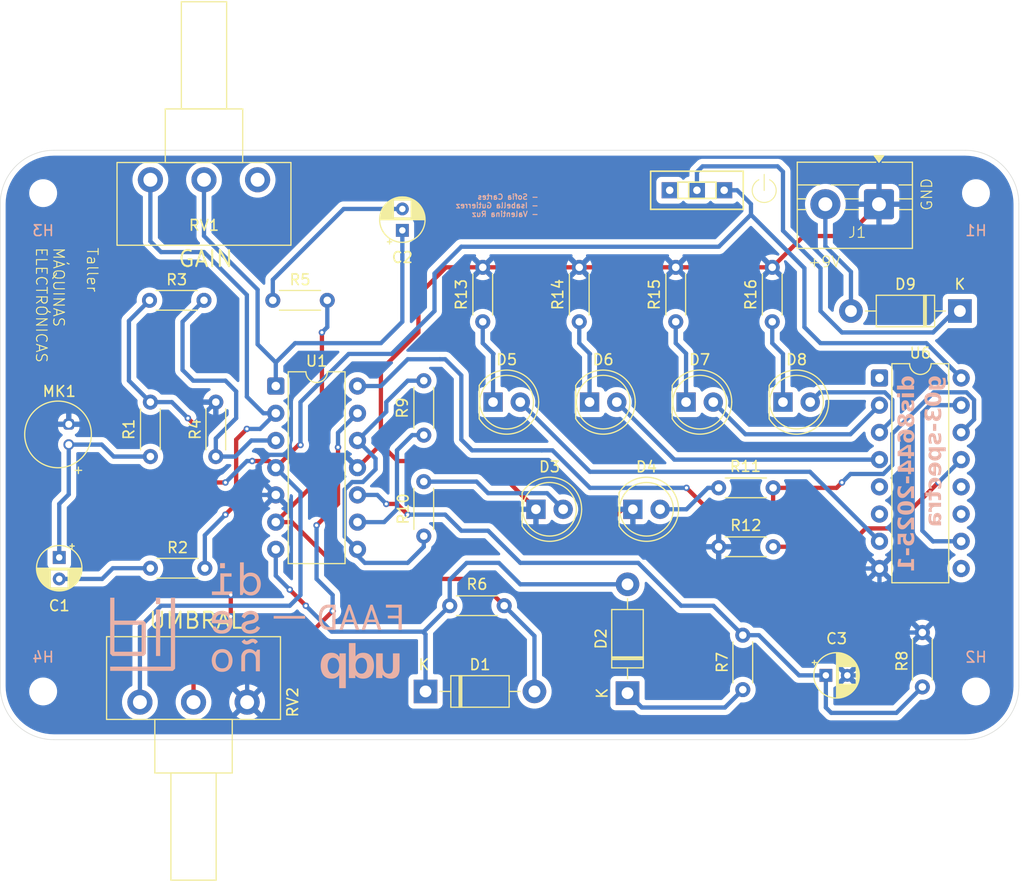
<source format=kicad_pcb>
(kicad_pcb (version 20241229) (generator "pcbnew") (generator_version "9.0")
  (layers (0 "F.Cu" signal) (2 "B.Cu" signal) (13 "F.Paste" user) (15 "B.Paste" user) (5 "F.SilkS" user "F.Silkscreen") (7 "B.SilkS" user "B.Silkscreen") (1 "F.Mask" user) (3 "B.Mask" user) (25 "Edge.Cuts" user))
  (net 0 "")
  (net 1 "Net-(MK1-+)")
  (net 2 "Net-(C1-Pad2)")
  (net 3 "Net-(C2-Pad2)")
  (net 4 "Net-(C2-Pad1)")
  (net 5 "GND")
  (net 6 "Net-(U1C-+)")
  (net 7 "Net-(D1-K)")
  (net 8 "Net-(D1-A)")
  (net 9 "Net-(D2-K)")
  (net 10 "Net-(D3-A)")
  (net 11 "Net-(D4-A)")
  (net 12 "Net-(D5-K)")
  (net 13 "Net-(D5-A)")
  (net 14 "Net-(D6-A)")
  (net 15 "Net-(D6-K)")
  (net 16 "Net-(D7-A)")
  (net 17 "Net-(D7-K)")
  (net 18 "Net-(D8-A)")
  (net 19 "Net-(D8-K)")
  (net 20 "VCC")
  (net 21 "Net-(U1A--)")
  (net 22 "Net-(U1A-+)")
  (net 23 "Net-(U1D-+)")
  (net 24 "Net-(U1C--)")
  (net 25 "Net-(U6-CLK)")
  (net 26 "Net-(U6-CKEN)")
  (net 28 "Net-(U1D--)")
  (net 29 "Net-(U6-Q4)")
  (net 36 "Net-(D9-K)")
  (net 37 "+9V")
  (footprint "MountingHole:MountingHole_2.1mm" (layer "F.Cu") (at 141 100.5)
    (property "Reference" "H2")
    (property "Value" "MountingHole" (hide yes))
  )
  (footprint "Resistor_THT:R_Axial_DIN0204_L3.6mm_D1.6mm_P5.08mm_Horizontal" (layer "F.Cu") (at 136 95 -90)
    (property "Reference" "R8")
    (property "Value" "10k" (hide yes))
  )
  (footprint "LED_THT:LED_D5.0mm" (layer "F.Cu") (at 99.96 83.5)
    (property "Reference" "D3")
    (property "Value" "LED" (hide yes))
  )
  (footprint "Capacitor_THT:CP_Radial_D4.0mm_P2.00mm" (layer "F.Cu") (at 87.5 57.4726 90)
    (property "Reference" "C2")
    (property "Value" "10u" (hide yes))
  )
  (footprint "Resistor_THT:R_Axial_DIN0204_L3.6mm_D1.6mm_P5.08mm_Horizontal" (layer "F.Cu") (at 113 60.92 -90)
    (property "Reference" "R15")
    (property "Value" "1k" (hide yes))
  )
  (footprint "Resistor_THT:R_Axial_DIN0204_L3.6mm_D1.6mm_P5.08mm_Horizontal" (layer "F.Cu") (at 119.253 100.33 90)
    (property "Reference" "R7")
    (property "Value" "220Ω" (hide yes))
  )
  (footprint "Resistor_THT:R_Axial_DIN0204_L3.6mm_D1.6mm_P5.08mm_Horizontal" (layer "F.Cu") (at 122.08 87 180)
    (property "Reference" "R12")
    (property "Value" "100k" (hide yes))
  )
  (footprint "Resistor_THT:R_Axial_DIN0204_L3.6mm_D1.6mm_P5.08mm_Horizontal" (layer "F.Cu") (at 75.42 64)
    (property "Reference" "R5")
    (property "Value" "10k" (hide yes))
  )
  (footprint "LED_THT:LED_D5.0mm" (layer "F.Cu") (at 95.96 73.5)
    (property "Reference" "D5")
    (property "Value" "LED" (hide yes))
  )
  (footprint "LED_THT:LED_D5.0mm" (layer "F.Cu") (at 113.96 73.5)
    (property "Reference" "D7")
    (property "Value" "LED" (hide yes))
  )
  (footprint "Resistor_THT:R_Axial_DIN0204_L3.6mm_D1.6mm_P5.08mm_Horizontal" (layer "F.Cu") (at 104 60.92 -90)
    (property "Reference" "R14")
    (property "Value" "1k" (hide yes))
  )
  (footprint "MountingHole:MountingHole_2.1mm" (layer "F.Cu") (at 141 54)
    (property "Reference" "H1")
    (property "Value" "MountingHole" (hide yes))
  )
  (footprint "Package_DIP:DIP-14_W7.62mm" (layer "F.Cu") (at 75.697 72)
    (property "Reference" "U1")
    (property "Value" "LM324" (hide yes))
  )
  (footprint "modules_teee2025:SPDT_PCB_small_P2.5mm" (layer "F.Cu") (at 114.975 53.729966)
    (property "Reference" "SW1" (hide yes))
    (property "Value" "SW_SPDT" (hide yes))
  )
  (footprint "Resistor_THT:R_Axial_DIN0204_L3.6mm_D1.6mm_P5.08mm_Horizontal" (layer "F.Cu") (at 95 60.92 -90)
    (property "Reference" "R13")
    (property "Value" "1k" (hide yes))
  )
  (footprint "Resistor_THT:R_Axial_DIN0204_L3.6mm_D1.6mm_P5.08mm_Horizontal" (layer "F.Cu") (at 89.5 71.5 -90)
    (property "Reference" "R9")
    (property "Value" "1k" (hide yes))
  )
  (footprint "Resistor_THT:R_Axial_DIN0204_L3.6mm_D1.6mm_P5.08mm_Horizontal" (layer "F.Cu") (at 122.08 81.5 180)
    (property "Reference" "R11")
    (property "Value" "1k" (hide yes))
  )
  (footprint "MountingHole:MountingHole_2.1mm" (layer "F.Cu") (at 54 54)
    (property "Reference" "H3")
    (property "Value" "MountingHole" (hide yes))
  )
  (footprint "Diode_THT:D_DO-41_SOD81_P10.16mm_Horizontal" (layer "F.Cu") (at 139.5 65 180)
    (property "Reference" "D9")
    (property "Value" "1n4007" (hide yes))
  )
  (footprint "Resistor_THT:R_Axial_DIN0204_L3.6mm_D1.6mm_P5.08mm_Horizontal" (layer "F.Cu") (at 122 60.92 -90)
    (property "Reference" "R16")
    (property "Value" "1k" (hide yes))
  )
  (footprint "LED_THT:LED_D5.0mm" (layer "F.Cu") (at 104.96 73.5)
    (property "Reference" "D6")
    (property "Value" "LED" (hide yes))
  )
  (footprint "Potentiometer_THT:Potentiometer_Piher_T-16H_Single_Horizontal" (layer "F.Cu") (at 63.025 101.5 -90)
    (property "Reference" "RV2")
    (property "Value" "500k" (hide yes))
  )
  (footprint "Sensor_Audio:POM-2244P-C3310-2-R" (layer "F.Cu") (at 56.388 75.565 -90)
    (property "Reference" "MK1")
    (property "Value" "Microphone" (hide yes))
  )
  (footprint "MountingHole:MountingHole_2.1mm" (layer "F.Cu") (at 54 100.5)
    (property "Reference" "H4")
    (property "Value" "MountingHole" (hide yes))
  )
  (footprint "Resistor_THT:R_Axial_DIN0204_L3.6mm_D1.6mm_P5.08mm_Horizontal" (layer "F.Cu") (at 63.92 64)
    (property "Reference" "R3")
    (property "Value" "10k" (hide yes))
  )
  (footprint "Resistor_THT:R_Axial_DIN0204_L3.6mm_D1.6mm_P5.08mm_Horizontal" (layer "F.Cu") (at 89.5 86 90)
    (property "Reference" "R10")
    (property "Value" "1k" (hide yes))
  )
  (footprint "Resistor_THT:R_Axial_DIN0204_L3.6mm_D1.6mm_P5.08mm_Horizontal" (layer "F.Cu") (at 97 92.5 180)
    (property "Reference" "R6")
    (property "Value" "10k" (hide yes))
  )
  (footprint "Diode_THT:D_DO-41_SOD81_P10.16mm_Horizontal" (layer "F.Cu") (at 89.662 100.5)
    (property "Reference" "D1")
    (property "Value" "1N5819" (hide yes))
  )
  (footprint "LED_THT:LED_D5.0mm" (layer "F.Cu") (at 123 73.5)
    (property "Reference" "D8")
    (property "Value" "LED" (hide yes))
  )
  (footprint "TerminalBlock:TerminalBlock_MaiXu_MX126-5.0-02P_1x02_P5.00mm" (layer "F.Cu") (at 131.953 55.0325 180)
    (property "Reference" "J1" (hide yes))
    (property "Value" "TBLOCK-2" (hide yes))
  )
  (footprint "Capacitor_THT:CP_Radial_D4.0mm_P2.00mm" (layer "F.Cu") (at 127 99)
    (property "Reference" "C3")
    (property "Value" "10u" (hide yes))
  )
  (footprint "Resistor_THT:R_Axial_DIN0204_L3.6mm_D1.6mm_P5.08mm_Horizontal" (layer "F.Cu") (at 64 89)
    (property "Reference" "R2")
    (property "Value" "1k" (hide yes))
  )
  (footprint "Resistor_THT:R_Axial_DIN0204_L3.6mm_D1.6mm_P5.08mm_Horizontal" (layer "F.Cu") (at 70.104 78.58 90)
    (property "Reference" "R4")
    (property "Value" "10k" (hide yes))
  )
  (footprint "Resistor_THT:R_Axial_DIN0204_L3.6mm_D1.6mm_P5.08mm_Horizontal" (layer "F.Cu") (at 64 73.5 -90)
    (property "Reference" "R1")
    (property "Value" "20k" (hide yes))
  )
  (footprint "LED_THT:LED_D5.0mm" (layer "F.Cu") (at 109 83.5)
    (property "Reference" "D4")
    (property "Value" "LED" (hide yes))
  )
  (footprint "Capacitor_THT:CP_Radial_D4.0mm_P2.00mm" (layer "F.Cu") (at 55.5 88 -90)
    (property "Reference" "C1")
    (property "Value" "10u" (hide yes))
  )
  (footprint "Potentiometer_THT:Potentiometer_Piher_T-16H_Single_Horizontal" (layer "F.Cu") (at 74 52.75 90)
    (property "Reference" "RV1")
    (property "Value" "1M" (hide yes))
  )
  (footprint "Package_DIP:DIP-16_W7.62mm" (layer "F.Cu") (at 132 71.247)
    (property "Reference" "U6")
    (property "Value" "4017" (hide yes))
  )
  (footprint "Diode_THT:D_DO-41_SOD81_P10.16mm_Horizontal" (layer "F.Cu") (at 108.5 100.66 90)
    (property "Reference" "D2")
    (property "Value" "1N5819" (hide yes))
  )
  (gr_line (start 121.25 53.75) (end 121.25 52.25) (stroke (width 0.1)) (layer "F.SilkS"))
  (gr_arc (start 121.75 52.75) (mid 121.25 54.868034) (end 120.75 52.75) (stroke (width 0.1)) (layer "F.SilkS"))
  (gr_poly (pts (xy 72.356897 88.454456) (xy 72.357373 91.500313) (xy 72.357375 91.500313) (xy 72.588832 91.503646) (xy 72.702893 91.262187) (xy 72.76829 91.315083) (xy 72.799942 91.339936) (xy 72.831195 91.363659) (xy 72.862273 91.386197) (xy 72.893402 91.407501) (xy 72.924804 91.427519) (xy 72.956705 91.446199) (xy 72.989329 91.463488) (xy 73.0229 91.479337) (xy 73.057642 91.493692) (xy 73.093779 91.506504) (xy 73.131537 91.517718) (xy 73.171139 91.527285) (xy 73.212809 91.535153) (xy 73.256772 91.54127) (xy 73.382168 91.548558) (xy 73.499767 91.54138) (xy 73.609525 91.520708) (xy 73.711397 91.487513) (xy 73.805339 91.442769) (xy 73.891304 91.387446) (xy 73.96925 91.322518) (xy 74.039132 91.248957) (xy 74.100904 91.167734) (xy 74.154522 91.079821) (xy 74.199942 90.986192) (xy 74.237118 90.887818) (xy 74.266007 90.785671) (xy 74.286563 90.680723) (xy 74.298741 90.573947) (xy 74.302498 90.466314) (xy 74.30211 90.457444) (xy 73.944746 90.457444) (xy 73.944027 90.521264) (xy 73.939417 90.584786) (xy 73.930936 90.647586) (xy 73.918605 90.709233) (xy 73.902444 90.769303) (xy 73.882474 90.827366) (xy 73.858714 90.882995) (xy 73.831187 90.935763) (xy 73.799911 90.985242) (xy 73.764908 91.031006) (xy 73.726197 91.072625) (xy 73.6838 91.109674) (xy 73.637737 91.141724) (xy 73.588028 91.168349) (xy 73.534693 91.189119) (xy 73.477754 91.203609) (xy 73.384352 91.216367) (xy 73.296723 91.218361) (xy 73.214878 91.210292) (xy 73.13883 91.192859) (xy 73.068589 91.166762) (xy 73.004168 91.132701) (xy 72.945579 91.091377) (xy 72.892833 91.043489) (xy 72.845941 90.989737) (xy 72.804917 90.93082) (xy 72.76977 90.86744) (xy 72.740514 90.800296) (xy 72.717159 90.730087) (xy 72.699718 90.657514) (xy 72.688203 90.583277) (xy 72.682624 90.508076) (xy 72.682994 90.43261) (xy 72.689324 90.35758) (xy 72.701626 90.283685) (xy 72.719913 90.211626) (xy 72.744195 90.142102) (xy 72.774484 90.075813) (xy 72.810793 90.01346) (xy 72.853132 89.955741) (xy 72.901514 89.903358) (xy 72.95595 89.85701) (xy 73.016452 89.817397) (xy 73.083032 89.785219) (xy 73.155701 89.761176) (xy 73.234472 89.745968) (xy 73.319355 89.740294) (xy 73.410364 89.744855) (xy 73.474684 89.755279) (xy 73.534787 89.772247) (xy 73.590691 89.79533) (xy 73.642419 89.824101) (xy 73.689989 89.858133) (xy 73.733422 89.896998) (xy 73.77274 89.94027) (xy 73.807961 89.98752) (xy 73.839108 90.03832) (xy 73.8662 90.092245) (xy 73.889257 90.148865) (xy 73.908301 90.207754) (xy 73.923351 90.268483) (xy 73.934428 90.330627) (xy 73.941553 90.393756) (xy 73.944746 90.457444) (xy 74.30211 90.457444) (xy 74.297789 90.358797) (xy 74.284568 90.252369) (xy 74.262792 90.148) (xy 74.232415 90.046664) (xy 74.193394 89.949332) (xy 74.145682 89.856976) (xy 74.089236 89.770569) (xy 74.024012 89.691083) (xy 73.949963 89.619491) (xy 73.867046 89.556763) (xy 73.775217 89.503872) (xy 73.674429 89.461791) (xy 73.56464 89.431492) (xy 73.445803 89.413947) (xy 73.317875 89.410127) (xy 73.180811 89.421005) (xy 73.147255 89.426633) (xy 73.114277 89.434561) (xy 73.081878 89.444616) (xy 73.050061 89.456627) (xy 73.018829 89.470421) (xy 72.988184 89.485826) (xy 72.958129 89.50267) (xy 72.928666 89.520779) (xy 72.899797 89.539983) (xy 72.871524 89.560108) (xy 72.843851 89.580982) (xy 72.81678 89.602434) (xy 72.764453 89.646378) (xy 72.714561 89.690562) (xy 72.714561 88.452313)) (fill yes) (layer "B.SilkS"))
  (gr_poly (pts (xy 70.5 89) (xy 70.952438 89) (xy 70.952438 88.52375) (xy 70.5 88.52375)) (fill yes) (layer "B.SilkS"))
  (gr_poly (pts (xy 60.25 91.75) (xy 60.24828 96.982398) (xy 60.24828 96.982399) (xy 60.24828 96.9824) (xy 60.24828 96.982532) (xy 60.457169 97.19142) (xy 63.369834 97.19142) (xy 63.578722 96.982532) (xy 63.578722 96.794414) (xy 63.181847 96.794414) (xy 60.646874 96.794414) (xy 60.646874 94.283121) (xy 63.181847 94.283121) (xy 63.181847 96.794414) (xy 63.578722 96.794414) (xy 63.578722 94.095134) (xy 63.369834 93.886246) (xy 60.646874 93.886246) (xy 60.646874 91.749867) (xy 60.249999 91.749867)) (fill yes) (layer "B.SilkS"))
  (gr_poly (pts (xy 64.519845 92.349413) (xy 64.91672 92.349413) (xy 64.91672 91.749867) (xy 64.519845 91.749867)) (fill yes) (layer "B.SilkS"))
  (gr_poly (pts (xy 70.523813 91.166937) (xy 69.738001 91.166937) (xy 69.738001 91.500313) (xy 71.643 91.500313) (xy 71.643 91.166937) (xy 70.881 91.166937) (xy 70.881 89.785812) (xy 71.571563 89.785812) (xy 71.571563 89.47625) (xy 70.523813 89.47625)) (fill yes) (layer "B.SilkS"))
  (gr_poly (pts (xy 80.573641 92.400187) (xy 80.527997 92.401406) (xy 80.483115 92.405046) (xy 80.43904 92.411083) (xy 80.395818 92.419491) (xy 80.353493 92.430248) (xy 80.31211 92.443326) (xy 80.271715 92.458703) (xy 80.232352 92.476354) (xy 80.194066 92.496253) (xy 80.156904 92.518376) (xy 80.120908 92.542699) (xy 80.086126 92.569197) (xy 80.052601 92.597845) (xy 80.020379 92.628619) (xy 79.989504 92.661493) (xy 79.960022 92.696444) (xy 79.931979 92.733447) (xy 79.905418 92.772477) (xy 79.880384 92.81351) (xy 79.856924 92.85652) (xy 79.835082 92.901483) (xy 79.814903 92.948375) (xy 79.796432 92.997171) (xy 79.779714 93.047846) (xy 79.764794 93.100376) (xy 79.751717 93.154736) (xy 79.731274 93.268847) (xy 79.718743 93.389983) (xy 79.714486 93.517946) (xy 79.714486 93.641056) (xy 79.715558 93.705858) (xy 79.718743 93.76898) (xy 79.723997 93.830398) (xy 79.731273 93.890087) (xy 79.740529 93.948022) (xy 79.751717 94.004178) (xy 79.764794 94.058531) (xy 79.779714 94.111056) (xy 79.796432 94.161728) (xy 79.814903 94.210522) (xy 79.835082 94.257414) (xy 79.856924 94.302378) (xy 79.880384 94.345391) (xy 79.905417 94.386427) (xy 79.931978 94.425461) (xy 79.960022 94.462469) (xy 79.989504 94.497426) (xy 80.020378 94.530307) (xy 80.0526 94.561088) (xy 80.086125 94.589743) (xy 80.120908 94.616248) (xy 80.156903 94.640578) (xy 80.194066 94.662709) (xy 80.232351 94.682615) (xy 80.271714 94.700272) (xy 80.312109 94.715655) (xy 80.353492 94.72874) (xy 80.395817 94.739501) (xy 80.43904 94.747914) (xy 80.483114 94.753954) (xy 80.527996 94.757596) (xy 80.57364 94.758815) (xy 81.265156 94.758815) (xy 81.265156 94.489256) (xy 80.96726 94.489256) (xy 80.656508 94.489256) (xy 80.621383 94.488317) (xy 80.586844 94.485514) (xy 80.552925 94.480865) (xy 80.519662 94.47439) (xy 80.487089 94.466108) (xy 80.45524 94.456037) (xy 80.424151 94.444197) (xy 80.393856 94.430607) (xy 80.364389 94.415285) (xy 80.335786 94.398251) (xy 80.308082 94.379525) (xy 80.28131 94.359124) (xy 80.255506 94.337068) (xy 80.230704 94.313377) (xy 80.206939 94.288068) (xy 80.184246 94.261162) (xy 80.16266 94.232677) (xy 80.142214 94.202633) (xy 80.122944 94.171047) (xy 80.104885 94.137941) (xy 80.088072 94.103331) (xy 80.072538 94.067238) (xy 80.058319 94.029681) (xy 80.045449 93.990678) (xy 80.033963 93.95025) (xy 80.023896 93.908413) (xy 80.008158 93.820596) (xy 79.998511 93.727377) (xy 79.995234 93.628911) (xy 79.995234 93.534375) (xy 79.996059 93.484495) (xy 79.998511 93.435909) (xy 80.002556 93.388634) (xy 80.008158 93.342691) (xy 80.015283 93.298097) (xy 80.023896 93.254873) (xy 80.033963 93.213036) (xy 80.045449 93.172607) (xy 80.058319 93.133605) (xy 80.072538 93.096048) (xy 80.088072 93.059955) (xy 80.104885 93.025345) (xy 80.122944 92.992238) (xy 80.142214 92.960653) (xy 80.16266 92.930609) (xy 80.184246 92.902124) (xy 80.206939 92.875217) (xy 80.230704 92.849909) (xy 80.255506 92.826217) (xy 80.28131 92.804162) (xy 80.308082 92.783761) (xy 80.335786 92.765034) (xy 80.364389 92.748001) (xy 80.393856 92.732679) (xy 80.424151 92.719089) (xy 80.45524 92.707248) (xy 80.487089 92.697178) (xy 80.519662 92.688895) (xy 80.552925 92.68242) (xy 80.586844 92.677771) (xy 80.621383 92.674968) (xy 80.656508 92.67403) (xy 80.96726 92.67403) (xy 80.96726 94.489256) (xy 81.265156 94.489256) (xy 81.265156 92.399949) (xy 80.57364 92.399949)) (fill yes) (layer "B.SilkS"))
  (gr_poly (pts (xy 73.190901 96.544842) (xy 73.146742 96.54777) (xy 73.102838 96.553174) (xy 73.059324 96.561055) (xy 73.016335 96.571413) (xy 72.974008 96.584249) (xy 72.932476 96.599565) (xy 72.891876 96.617362) (xy 72.852343 96.63764) (xy 72.814013 96.660401) (xy 72.77702 96.685645) (xy 72.7415 96.713373) (xy 72.707589 96.743587) (xy 72.675421 96.776288) (xy 72.645133 96.811476) (xy 72.61686 96.849153) (xy 72.590737 96.88932) (xy 72.578777 96.909651) (xy 72.567219 96.930463) (xy 72.556115 96.951754) (xy 72.545515 96.973526) (xy 72.535471 96.995777) (xy 72.526033 97.018509) (xy 72.517251 97.041721) (xy 72.509178 97.065412) (xy 72.501864 97.089584) (xy 72.49536 97.114235) (xy 72.489717 97.139367) (xy 72.484986 97.164978) (xy 72.481217 97.19107) (xy 72.478462 97.217642) (xy 72.476772 97.244693) (xy 72.476197 97.272225) (xy 72.476197 98.620487) (xy 72.476318 98.620369) (xy 72.476438 98.62025) (xy 72.833625 98.62025) (xy 72.833625 97.29437) (xy 72.834284 97.268592) (xy 72.836233 97.243674) (xy 72.83943 97.219612) (xy 72.843834 97.196405) (xy 72.849405 97.174049) (xy 72.856101 97.152542) (xy 72.863881 97.131881) (xy 72.872704 97.112063) (xy 72.882528 97.093086) (xy 72.893312 97.074947) (xy 72.905015 97.057643) (xy 72.917596 97.041172) (xy 72.931014 97.02553) (xy 72.945227 97.010716) (xy 72.960195 96.996726) (xy 72.975875 96.983558) (xy 72.992227 96.971208) (xy 73.00921 96.959676) (xy 73.026782 96.948956) (xy 73.044903 96.939048) (xy 73.06353 96.929948) (xy 73.082624 96.921653) (xy 73.102141 96.914161) (xy 73.122043 96.90747) (xy 73.142286 96.901575) (xy 73.16283 96.896476) (xy 73.204657 96.88865) (xy 73.247194 96.88397) (xy 73.29011 96.882415) (xy 73.323646 96.88317) (xy 73.35612 96.88542) (xy 73.387532 96.889141) (xy 73.417881 96.894312) (xy 73.447168 96.900907) (xy 73.475392 96.908904) (xy 73.502554 96.918281) (xy 73.528652 96.929013) (xy 73.553687 96.941077) (xy 73.577659 96.954451) (xy 73.600567 96.969111) (xy 73.622412 96.985033) (xy 73.643192 97.002196) (xy 73.662909 97.020575) (xy 73.681561 97.040147) (xy 73.699149 97.060889) (xy 73.715673 97.082778) (xy 73.731131 97.105791) (xy 73.745525 97.129905) (xy 73.758853 97.155095) (xy 73.771117 97.18134) (xy 73.782314 97.208616) (xy 73.792447 97.236899) (xy 73.801513 97.266167) (xy 73.809513 97.296397) (xy 73.816448 97.327564) (xy 73.822315 97.359647) (xy 73.827117 97.392621) (xy 73.830852 97.426464) (xy 73.833519 97.461152) (xy 73.835654 97.532971) (xy 73.835654 98.62025) (xy 74.214511 98.62025) (xy 74.214511 96.596188) (xy 73.979243 96.596188) (xy 73.96305 96.619223) (xy 73.922926 96.677418) (xy 73.897853 96.714587) (xy 73.871551 96.75441) (xy 73.845606 96.794842) (xy 73.821604 96.833836) (xy 73.791782 96.797293) (xy 73.76005 96.763209) (xy 73.726541 96.731586) (xy 73.691391 96.702424) (xy 73.654736 96.675725) (xy 73.616711 96.651489) (xy 73.577452 96.629717) (xy 73.537094 96.610412) (xy 73.495771 96.593572) (xy 73.45362 96.5792) (xy 73.410777 96.567297) (xy 73.367375 96.557863) (xy 73.323552 96.550899) (xy 73.279441 96.546407) (xy 73.235179 96.544388)) (fill yes) (layer "B.SilkS"))
  (gr_poly (pts (xy 64.519845 97.191287) (xy 64.91672 97.191287) (xy 64.91672 92.852122) (xy 64.519845 92.852122)) (fill yes) (layer "B.SilkS"))
  (gr_poly (pts (xy 82.513167 99.2539) (xy 83.115148 99.2539) (xy 83.115148 99.253662) (xy 83.115148 98.993869) (xy 83.124197 98.993869) (xy 83.159737 99.034317) (xy 83.196854 99.071678) (xy 83.2355 99.106018) (xy 83.275626 99.137402) (xy 83.317185 99.165897) (xy 83.360129 99.191568) (xy 83.40441 99.214481) (xy 83.449981 99.234702) (xy 83.496794 99.252298) (xy 83.544801 99.267333) (xy 83.593954 99.279875) (xy 83.644206 99.289988) (xy 83.695508 99.297739) (xy 83.747813 99.303194) (xy 83.801073 99.306419) (xy 83.855241 99.307479) (xy 83.922471 99.3058) (xy 83.987023 99.300825) (xy 84.048935 99.292651) (xy 84.108241 99.281373) (xy 84.164977 99.267085) (xy 84.219179 99.249885) (xy 84.270881 99.229866) (xy 84.32012 99.207124) (xy 84.366932 99.181755) (xy 84.411351 99.153855) (xy 84.453414 99.123518) (xy 84.493155 99.090839) (xy 84.530611 99.055915) (xy 84.565818 99.018841) (xy 84.59881 98.979712) (xy 84.629623 98.938624) (xy 84.658293 98.895671) (xy 84.684856 98.85095) (xy 84.709347 98.804555) (xy 84.731801 98.756583) (xy 84.770743 98.656286) (xy 84.801966 98.550822) (xy 84.825755 98.440955) (xy 84.842395 98.327448) (xy 84.85217 98.211064) (xy 84.855359 98.092802) (xy 84.207189 98.092802) (xy 84.206952 98.092802) (xy 84.205602 98.153634) (xy 84.201369 98.2163) (xy 84.193974 98.280006) (xy 84.183139 98.343957) (xy 84.168588 98.407358) (xy 84.159831 98.438604) (xy 84.150041 98.469414) (xy 84.139184 98.49969) (xy 84.127223 98.529332) (xy 84.114125 98.55824) (xy 84.099855 98.586316) (xy 84.084377 98.61346) (xy 84.067659 98.639572) (xy 84.049664 98.664554) (xy 84.030357 98.688305) (xy 84.009706 98.710727) (xy 83.987673 98.731721) (xy 83.964226 98.751187) (xy 83.939329 98.769025) (xy 83.912947 98.785137) (xy 83.885046 98.799422) (xy 83.855591 98.811783) (xy 83.824547 98.822118) (xy 83.79188 98.83033) (xy 83.757554 98.836319) (xy 83.721536 98.839985) (xy 83.683791 98.841229) (xy 83.645979 98.839998) (xy 83.609768 98.836371) (xy 83.575131 98.830444) (xy 83.542043 98.822314) (xy 83.510476 98.812077) (xy 83.480405 98.79983) (xy 83.451803 98.785671) (xy 83.424644 98.769695) (xy 83.398902 98.751999) (xy 83.374551 98.73268) (xy 83.351565 98.711835) (xy 83.329916 98.689561) (xy 83.309579 98.665954) (xy 83.290528 98.64111) (xy 83.272737 98.615127) (xy 83.256178 98.588102) (xy 83.226656 98.53131) (xy 83.201751 98.471507) (xy 83.181253 98.409468) (xy 83.164954 98.345966) (xy 83.152642 98.281775) (xy 83.144108 98.217668) (xy 83.139141 98.154419) (xy 83.137532 98.092802) (xy 83.13935 98.031335) (xy 83.144898 97.968509) (xy 83.154317 97.90506) (xy 83.167748 97.841722) (xy 83.185333 97.779229) (xy 83.195727 97.748529) (xy 83.207213 97.718316) (xy 83.219808 97.688682) (xy 83.233529 97.659719) (xy 83.248395 97.631517) (xy 83.264423 97.60417) (xy 83.281631 97.577769) (xy 83.300036 97.552405) (xy 83.319656 97.528172) (xy 83.340508 97.505159) (xy 83.362611 97.48346) (xy 83.385982 97.463166) (xy 83.410639 97.444369) (xy 83.436599 97.427161) (xy 83.46388 97.411634) (xy 83.492499 97.397879) (xy 83.522475 97.385988) (xy 83.553825 97.376053) (xy 83.586566 97.368166) (xy 83.620717 97.362419) (xy 83.656294 97.358903) (xy 83.693316 97.357711) (xy 83.730218 97.35894) (xy 83.765445 97.362562) (xy 83.79903 97.368479) (xy 83.831006 97.37659) (xy 83.861407 97.386797) (xy 83.890265 97.399001) (xy 83.917613 97.413102) (xy 83.943484 97.429003) (xy 83.967912 97.446603) (xy 83.990929 97.465804) (xy 84.012568 97.486507) (xy 84.032863 97.508612) (xy 84.051845 97.532021) (xy 84.069549 97.556635) (xy 84.086008 97.582355) (xy 84.101253 97.609081) (xy 84.128238 97.665157) (xy 84.150769 97.724071) (xy 84.169109 97.785032) (xy 84.183522 97.847247) (xy 84.194272 97.909923) (xy 84.201624 97.972269) (xy 84.205842 98.033493) (xy 84.207189 98.092802) (xy 84.855359 98.092802) (xy 84.855365 98.092566) (xy 84.852168 97.97422) (xy 84.842385 97.858266) (xy 84.825735 97.745428) (xy 84.814745 97.690404) (xy 84.801932 97.636429) (xy 84.787261 97.583596) (xy 84.770695 97.531993) (xy 84.752199 97.481712) (xy 84.731738 97.432843) (xy 84.709277 97.385476) (xy 84.684779 97.339702) (xy 84.65821 97.295611) (xy 84.629534 97.253293) (xy 84.598715 97.21284) (xy 84.565719 97.174342) (xy 84.530509 97.137888) (xy 84.49305 97.10357) (xy 84.453308 97.071477) (xy 84.411245 97.041701) (xy 84.366828 97.014331) (xy 84.32002 96.989458) (xy 84.270786 96.967173) (xy 84.21909 96.947566) (xy 84.164898 96.930727) (xy 84.108173 96.916747) (xy 84.04888 96.905717) (xy 83.986984 96.897726) (xy 83.92245 96.892865) (xy 83.855241 96.891224) (xy 83.798179 96.892436) (xy 83.7432 96.896084) (xy 83.690213 96.902188) (xy 83.639131 96.910769) (xy 83.589864 96.921846) (xy 83.542324 96.935439) (xy 83.49642 96.951568) (xy 83.452065 96.970252) (xy 83.40917 96.991512) (xy 83.367645 97.015368) (xy 83.327401 97.041839) (xy 83.288351 97.070945) (xy 83.250403 97.102707) (xy 83.213471 97.137144) (xy 83.177464 97.174276) (xy 83.142294 97.214122) (xy 83.133484 97.214122) (xy 83.135388 95.983016) (xy 82.51531 95.983016)) (fill yes) (layer "B.SilkS"))
  (gr_poly (pts (xy 85.052295 99.253901) (xy 85.640226 99.253901) (xy 85.640226 98.940291) (xy 85.64975 98.940291) (xy 85.68625 98.981302) (xy 85.724558 99.020334) (xy 85.76464 99.057296) (xy 85.806463 99.092095) (xy 85.849991 99.12464) (xy 85.895193 99.154837) (xy 85.942033 99.182596) (xy 85.990477 99.207824) (xy 86.040493 99.230429) (xy 86.092047 99.250318) (xy 86.145103 99.2674) (xy 86.199629 99.281583) (xy 86.255591 99.292774) (xy 86.312955 99.300882) (xy 86.371687 99.305814) (xy 86.431753 99.307479) (xy 86.483772 99.306358) (xy 86.533932 99.303025) (xy 86.582247 99.297526) (xy 86.628731 99.289908) (xy 86.673396 99.280215) (xy 86.716257 99.268493) (xy 86.757327 99.254789) (xy 86.79662 99.239148) (xy 86.834149 99.221617) (xy 86.869928 99.20224) (xy 86.903971 99.181064) (xy 86.936291 99.158135) (xy 86.966902 99.133497) (xy 86.995817 99.107199) (xy 87.023051 99.079284) (xy 87.048616 99.049799) (xy 87.072526 99.018789) (xy 87.094795 98.986301) (xy 87.115436 98.952381) (xy 87.134463 98.917073) (xy 87.15189 98.880425) (xy 87.167731 98.842481) (xy 87.181998 98.803288) (xy 87.194705 98.762892) (xy 87.215496 98.678672) (xy 87.230212 98.590187) (xy 87.238962 98.497805) (xy 87.241854 98.401891) (xy 87.241854 96.945042) (xy 86.621776 96.945042) (xy 86.621776 98.178053) (xy 86.620795 98.287702) (xy 86.618716 98.344215) (xy 86.614819 98.400919) (xy 86.608536 98.457115) (xy 86.604322 98.484802) (xy 86.599299 98.5121) (xy 86.593395 98.53892) (xy 86.586539 98.565174) (xy 86.57866 98.590776) (xy 86.569687 98.615637) (xy 86.559549 98.63967) (xy 86.548175 98.662788) (xy 86.535493 98.684902) (xy 86.521434 98.705925) (xy 86.505925 98.72577) (xy 86.488896 98.744348) (xy 86.470275 98.761573) (xy 86.449992 98.777357) (xy 86.427975 98.791612) (xy 86.404153 98.80425) (xy 86.378456 98.815185) (xy 86.350812 98.824328) (xy 86.32115 98.831591) (xy 86.289399 98.836888) (xy 86.255488 98.84013) (xy 86.219346 98.84123) (xy 86.178244 98.839871) (xy 86.139162 98.835874) (xy 86.10205 98.829355) (xy 86.066863 98.820434) (xy 86.033554 98.809228) (xy 86.002076 98.795856) (xy 85.972383 98.780435) (xy 85.944426 98.763084) (xy 85.918161 98.743921) (xy 85.89354 98.723064) (xy 85.870515 98.700632) (xy 85.849041 98.676741) (xy 85.829071 98.651511) (xy 85.810557 98.625059) (xy 85.793453 98.597504) (xy 85.777713 98.568964) (xy 85.750135 98.5094) (xy 85.727448 98.447312) (xy 85.709278 98.383646) (xy 85.695251 98.319346) (xy 85.684993 98.255357) (xy 85.678129 98.192624) (xy 85.674285 98.132092) (xy 85.673087 98.074706) (xy 85.673087 96.945041) (xy 85.052533 96.945041) (xy 85.052295 96.945041)) (fill yes) (layer "B.SilkS"))
  (gr_poly (pts (xy 84.353875 92.894772) (xy 84.354113 92.894773) (xy 83.700936 94.758815) (xy 84.012403 94.758815) (xy 84.249338 94.033724) (xy 85.005146 94.033724) (xy 85.242081 94.758815) (xy 85.553548 94.758815) (xy 85.216113 93.795839) (xy 84.927279 93.795839) (xy 84.326966 93.795839) (xy 84.621288 92.894773) (xy 84.632719 92.894773) (xy 84.927279 93.795839) (xy 85.216113 93.795839) (xy 84.900372 92.894772) (xy 84.727016 92.399949) (xy 84.527229 92.399949)) (fill yes) (layer "B.SilkS"))
  (gr_poly (pts (xy 73.328693 92.974787) (xy 73.259764 92.979333) (xy 73.19105 92.988285) (xy 73.122994 93.001628) (xy 73.056037 93.019349) (xy 72.990624 93.041432) (xy 72.927196 93.067863) (xy 72.866196 93.098627) (xy 72.808066 93.13371) (xy 72.75325 93.173098) (xy 72.702191 93.216776) (xy 72.65533 93.264729) (xy 72.61311 93.316943) (xy 72.575974 93.373403) (xy 72.566546 93.389847) (xy 72.557894 93.405651) (xy 72.542822 93.435111) (xy 72.530575 93.461318) (xy 72.520967 93.483804) (xy 72.513816 93.502105) (xy 72.508935 93.515754) (xy 72.505252 93.527233) (xy 72.798621 93.688443) (xy 72.827007 93.634883) (xy 72.85671 93.585293) (xy 72.872099 93.561989) (xy 72.887867 93.53968) (xy 72.904033 93.518367) (xy 72.920612 93.498051) (xy 72.937622 93.478734) (xy 72.95508 93.460415) (xy 72.973003 93.443096) (xy 72.991407 93.426777) (xy 73.010309 93.41146) (xy 73.029726 93.397146) (xy 73.049675 93.383835) (xy 73.070173 93.371529) (xy 73.091237 93.360228) (xy 73.112884 93.349933) (xy 73.13513 93.340645) (xy 73.157993 93.332365) (xy 73.181489 93.325095) (xy 73.205635 93.318834) (xy 73.230448 93.313583) (xy 73.255945 93.309345) (xy 73.282142 93.306119) (xy 73.309058 93.303907) (xy 73.336707 93.302709) (xy 73.365109 93.302526) (xy 73.394278 93.30336) (xy 73.424233 93.305211) (xy 73.454989 93.30808) (xy 73.486565 93.311968) (xy 73.511665 93.316308) (xy 73.535731 93.322217) (xy 73.558723 93.329605) (xy 73.580603 93.338384) (xy 73.601335 93.348467) (xy 73.62088 93.359764) (xy 73.6392 93.372188) (xy 73.656258 93.385649) (xy 73.672015 93.400061) (xy 73.686435 93.415334) (xy 73.699478 93.43138) (xy 73.711107 93.448111) (xy 73.721284 93.465439) (xy 73.729972 93.483275) (xy 73.737132 93.501531) (xy 73.742727 93.520119) (xy 73.746719 93.538951) (xy 73.74907 93.557937) (xy 73.749742 93.576991) (xy 73.748697 93.596023) (xy 73.745898 93.614945) (xy 73.741307 93.63367) (xy 73.734885 93.652108) (xy 73.726595 93.670171) (xy 73.716399 93.687772) (xy 73.70426 93.704821) (xy 73.690138 93.721231) (xy 73.673998 93.736913) (xy 73.6558 93.751779) (xy 73.635507 93.765741) (xy 73.613081 93.77871) (xy 73.588484 93.790598) (xy 73.519715 93.816781) (xy 73.44422 93.838915) (xy 73.363461 93.858236) (xy 73.278899 93.87598) (xy 73.104213 93.911684) (xy 73.017012 93.932116) (xy 72.931854 93.955916) (xy 72.850202 93.984321) (xy 72.773515 94.018566) (xy 72.737491 94.038265) (xy 72.703257 94.059887) (xy 72.670995 94.083588) (xy 72.640888 94.109522) (xy 72.613119 94.137843) (xy 72.58787 94.168706) (xy 72.565324 94.202265) (xy 72.545665 94.238676) (xy 72.529073 94.278091) (xy 72.515733 94.320666) (xy 72.505827 94.366556) (xy 72.499538 94.415915) (xy 72.496701 94.487894) (xy 72.500806 94.555755) (xy 72.511486 94.619536) (xy 72.528375 94.679274) (xy 72.551109 94.735004) (xy 72.579321 94.786763) (xy 72.612646 94.834589) (xy 72.650718 94.878517) (xy 72.693171 94.918585) (xy 72.739639 94.954828) (xy 72.789756 94.987284) (xy 72.843158 95.01599) (xy 72.899478 95.040981) (xy 72.95835 95.062294) (xy 73.019409 95.079967) (xy 73.082289 95.094035) (xy 73.146625 95.104536) (xy 73.21205 95.111505) (xy 73.278198 95.11498) (xy 73.344705 95.114997) (xy 73.411204 95.111594) (xy 73.47733 95.104805) (xy 73.542716 95.094669) (xy 73.606998 95.081221) (xy 73.669809 95.064498) (xy 73.730783 95.044538) (xy 73.789556 95.021376) (xy 73.845761 94.995049) (xy 73.899032 94.965594) (xy 73.949004 94.933048) (xy 73.995311 94.897446) (xy 74.037587 94.858826) (xy 74.0635 94.831846) (xy 74.087588 94.804743) (xy 74.109871 94.777774) (xy 74.13037 94.751198) (xy 74.149107 94.72527) (xy 74.166103 94.700248) (xy 74.18138 94.676389) (xy 74.194958 94.65395) (xy 74.217104 94.61436) (xy 74.232712 94.583536) (xy 74.244994 94.556408) (xy 73.918763 94.389243) (xy 73.918522 94.389245) (xy 73.914137 94.401824) (xy 73.909466 94.41421) (xy 73.904515 94.426414) (xy 73.89929 94.438452) (xy 73.893796 94.450334) (xy 73.888037 94.462074) (xy 73.88202 94.473685) (xy 73.875749 94.48518) (xy 73.86923 94.496572) (xy 73.862468 94.507873) (xy 73.848235 94.530256) (xy 73.833092 94.552433) (xy 73.817082 94.574507) (xy 73.802123 94.592397) (xy 73.784554 94.609777) (xy 73.764546 94.626596) (xy 73.742274 94.642801) (xy 73.717909 94.65834) (xy 73.691625 94.673162) (xy 73.633989 94.700446) (xy 73.570748 94.724235) (xy 73.503285 94.744116) (xy 73.432981 94.75967) (xy 73.36122 94.770484) (xy 73.289384 94.776141) (xy 73.218855 94.776225) (xy 73.184512 94.774047) (xy 73.151015 94.770321) (xy 73.118536 94.764993) (xy 73.087247 94.758012) (xy 73.057322 94.749326) (xy 73.028933 94.738883) (xy 73.002253 94.726632) (xy 72.977455 94.712519) (xy 72.954712 94.696493) (xy 72.934196 94.678503) (xy 72.916081 94.658495) (xy 72.900539 94.636419) (xy 72.890898 94.619505) (xy 72.882756 94.602664) (xy 72.87607 94.585918) (xy 72.8708 94.569285) (xy 72.866905 94.552788) (xy 72.864343 94.536447) (xy 72.863074 94.520281) (xy 72.863057 94.504312) (xy 72.864249 94.488559) (xy 72.866611 94.473045) (xy 72.870102 94.457788) (xy 72.874679 94.442809) (xy 72.880303 94.42813) (xy 72.886931 94.41377) (xy 72.894524 94.39975) (xy 72.903039 94.38609) (xy 72.912437 94.372811) (xy 72.922675 94.359934) (xy 72.933712 94.347478) (xy 72.945508 94.335465) (xy 72.958022 94.323915) (xy 72.971212 94.312848) (xy 72.985038 94.302285) (xy 72.999458 94.292246) (xy 73.014431 94.282753) (xy 73.029916 94.273824) (xy 73.045872 94.265482) (xy 73.062258 94.257745) (xy 73.079034 94.250636) (xy 73.096157 94.244174) (xy 73.113586 94.238379) (xy 73.131282 94.233273) (xy 73.202073 94.215824) (xy 73.274875 94.20017) (xy 73.419562 94.172581) (xy 73.551434 94.14718) (xy 73.608219 94.134261) (xy 73.633563 94.127565) (xy 73.656585 94.120641) (xy 73.689628 94.109347) (xy 73.723515 94.096525) (xy 73.757896 94.082155) (xy 73.792421 94.066215) (xy 73.826739 94.048684) (xy 73.860501 94.029541) (xy 73.893355 94.008767) (xy 73.924953 93.986338) (xy 73.954943 93.962236) (xy 73.982975 93.936438) (xy 74.0087 93.908924) (xy 74.020587 93.894517) (xy 74.031766 93.879673) (xy 74.042193 93.864389) (xy 74.051825 93.848664) (xy 74.060616 93.832493) (xy 74.068525 93.815876) (xy 74.075506 93.798808) (xy 74.081516 93.781287) (xy 74.086512 93.763312) (xy 74.090449 93.744879) (xy 74.10154 93.662951) (xy 74.104436 93.585704) (xy 74.099579 93.513126) (xy 74.087412 93.4452) (xy 74.068378 93.381912) (xy 74.042919 93.323249) (xy 74.011477 93.269195) (xy 73.974496 93.219735) (xy 73.932418 93.174856) (xy 73.885686 93.134543) (xy 73.834743 93.098781) (xy 73.78003 93.067555) (xy 73.721991 93.040852) (xy 73.661068 93.018657) (xy 73.597705 93.000954) (xy 73.532343 92.987731) (xy 73.465425 92.978971) (xy 73.397394 92.974662)) (fill yes) (layer "B.SilkS"))
  (gr_poly (pts (xy 82.283853 92.894772) (xy 82.284092 92.894773) (xy 81.630915 94.758815) (xy 81.942382 94.758815) (xy 82.179317 94.033724) (xy 82.935126 94.033724) (xy 83.17206 94.758815) (xy 83.483527 94.758815) (xy 83.146092 93.795839) (xy 82.857259 93.795839) (xy 82.256946 93.795839) (xy 82.551268 92.894773) (xy 82.562698 92.894773) (xy 82.857259 93.795839) (xy 83.146092 93.795839) (xy 82.83035 92.894772) (xy 82.656996 92.399949) (xy 82.457208 92.399949)) (fill yes) (layer "B.SilkS"))
  (gr_poly (pts (xy 65.910891 98.18427) (xy 60.24828 98.18427) (xy 60.24828 98.581145) (xy 66.091734 98.581145) (xy 66.308031 98.370139) (xy 66.307766 91.749867) (xy 65.910891 91.749867)) (fill yes) (layer "B.SilkS"))
  (gr_poly (pts (xy 70.609253 96.548584) (xy 70.494823 96.56376) (xy 70.388452 96.590204) (xy 70.290103 96.627119) (xy 70.199741 96.673706) (xy 70.117331 96.729166) (xy 70.042837 96.792703) (xy 69.976224 96.863518) (xy 69.917457 96.940813) (xy 69.866501 97.02379) (xy 69.82332 97.111651) (xy 69.787879 97.203597) (xy 69.760142 97.298832) (xy 69.740075 97.396556) (xy 69.727641 97.495972) (xy 69.722806 97.596281) (xy 69.725535 97.696687) (xy 69.735791 97.796389) (xy 69.75354 97.894592) (xy 69.778746 97.990495) (xy 69.811375 98.083303) (xy 69.85139 98.172215) (xy 69.898756 98.256435) (xy 69.953439 98.335164) (xy 70.015402 98.407605) (xy 70.08461 98.472958) (xy 70.161029 98.530427) (xy 70.244623 98.579213) (xy 70.335356 98.618518) (xy 70.433193 98.647544) (xy 70.538099 98.665493) (xy 70.668392 98.673951) (xy 70.79043 98.669755) (xy 70.904264 98.65369) (xy 71.009944 98.626542) (xy 71.107521 98.589097) (xy 71.197043 98.542139) (xy 71.278563 98.486455) (xy 71.35213 98.422828) (xy 71.417794 98.352046) (xy 71.475605 98.274892) (xy 71.525614 98.192153) (xy 71.567871 98.104613) (xy 71.602426 98.013059) (xy 71.62933 97.918275) (xy 71.648632 97.821047) (xy 71.660383 97.722161) (xy 71.664633 97.6224) (xy 71.664631 97.622357) (xy 71.300934 97.622357) (xy 71.298894 97.685231) (xy 71.29335 97.747589) (xy 71.284292 97.809013) (xy 71.271714 97.869085) (xy 71.255606 97.927387) (xy 71.23596 97.983501) (xy 71.212769 98.037009) (xy 71.186024 98.087493) (xy 71.155717 98.134535) (xy 71.121839 98.177718) (xy 71.084383 98.216623) (xy 71.04334 98.250832) (xy 70.998703 98.279928) (xy 70.950462 98.303493) (xy 70.89861 98.321108) (xy 70.843139 98.332356) (xy 70.783344 98.338956) (xy 70.726193 98.341956) (xy 70.671662 98.34147) (xy 70.619728 98.337615) (xy 70.570368 98.330506) (xy 70.523559 98.320257) (xy 70.479277 98.306985) (xy 70.4375 98.290803) (xy 70.398205 98.271829) (xy 70.361368 98.250176) (xy 70.326966 98.225961) (xy 70.294976 98.199298) (xy 70.265375 98.170303) (xy 70.238141 98.139091) (xy 70.213249 98.105778) (xy 70.190677 98.070478) (xy 70.170401 98.033307) (xy 70.152399 97.994381) (xy 70.136647 97.953814) (xy 70.123123 97.911721) (xy 70.111802 97.868219) (xy 70.102663 97.823422) (xy 70.095682 97.777446) (xy 70.090835 97.730406) (xy 70.088101 97.682417) (xy 70.087455 97.633594) (xy 70.088874 97.584053) (xy 70.092336 97.53391) (xy 70.097817 97.483279) (xy 70.105294 97.432275) (xy 70.114745 97.381014) (xy 70.126145 97.329612) (xy 70.134756 97.296943) (xy 70.144586 97.265424) (xy 70.155605 97.235062) (xy 70.167786 97.205861) (xy 70.181099 97.177831) (xy 70.195516 97.150976) (xy 70.211008 97.125304) (xy 70.227546 97.100822) (xy 70.245101 97.077535) (xy 70.263646 97.055452) (xy 70.28315 97.034578) (xy 70.303585 97.014919) (xy 70.324923 96.996484) (xy 70.347135 96.979278) (xy 70.370192 96.963309) (xy 70.394066 96.948582) (xy 70.418727 96.935104) (xy 70.444147 96.922883) (xy 70.470297 96.911924) (xy 70.497148 96.902235) (xy 70.524672 96.893822) (xy 70.55284 96.886692) (xy 70.581624 96.880852) (xy 70.610994 96.876307) (xy 70.640921 96.873065) (xy 70.671378 96.871133) (xy 70.702334 96.870517) (xy 70.733763 96.871224) (xy 70.765634 96.87326) (xy 70.797919 96.876633) (xy 70.83059 96.881348) (xy 70.863617 96.887413) (xy 70.863617 96.887176) (xy 70.916538 96.901473) (xy 70.966086 96.921941) (xy 71.012252 96.948161) (xy 71.055027 96.979717) (xy 71.094405 97.016188) (xy 71.130376 97.057159) (xy 71.162933 97.102211) (xy 71.192067 97.150925) (xy 71.21777 97.202885) (xy 71.240033 97.257671) (xy 71.25885 97.314867) (xy 71.274211 97.374054) (xy 71.286108 97.434815) (xy 71.294533 97.49673) (xy 71.299478 97.559384) (xy 71.300934 97.622357) (xy 71.664631 97.622357) (xy 71.661432 97.522552) (xy 71.650831 97.423401) (xy 71.632879 97.325733) (xy 71.607628 97.230333) (xy 71.575127 97.137986) (xy 71.535426 97.049477) (xy 71.488575 96.965593) (xy 71.434626 96.887118) (xy 71.373628 96.814838) (xy 71.305631 96.749539) (xy 71.230686 96.692004) (xy 71.148842 96.643021) (xy 71.060151 96.603374) (xy 70.964662 96.573848) (xy 70.862425 96.555229) (xy 70.731775 96.545475)) (fill yes) (layer "B.SilkS"))
  (gr_poly (pts (xy 73.507314 95.591816) (xy 73.481285 95.593602) (xy 73.455306 95.596427) (xy 73.429428 95.600288) (xy 73.403704 95.605185) (xy 73.378185 95.611114) (xy 73.352924 95.618075) (xy 73.327972 95.626066) (xy 73.309723 95.632932) (xy 73.291546 95.640882) (xy 73.255409 95.659418) (xy 73.21957 95.680441) (xy 73.18404 95.70272) (xy 73.148828 95.725025) (xy 73.113944 95.746123) (xy 73.079398 95.764784) (xy 73.062254 95.772816) (xy 73.045198 95.779776) (xy 73.028232 95.785512) (xy 73.011357 95.789868) (xy 72.994573 95.792692) (xy 72.977882 95.793828) (xy 72.961285 95.793125) (xy 72.944783 95.790426) (xy 72.928379 95.785579) (xy 72.912072 95.778429) (xy 72.895864 95.768824) (xy 72.879756 95.756607) (xy 72.86375 95.741627) (xy 72.847847 95.723729) (xy 72.832048 95.702758) (xy 72.816353 95.678562) (xy 72.800766 95.650985) (xy 72.785352 95.62001) (xy 72.501441 95.844189) (xy 72.517406 95.867138) (xy 72.533863 95.889102) (xy 72.550802 95.91008) (xy 72.568213 95.930069) (xy 72.586088 95.949066) (xy 72.604417 95.96707) (xy 72.623191 95.984079) (xy 72.642399 96.00009) (xy 72.662034 96.015101) (xy 72.682086 96.029109) (xy 72.702544 96.042113) (xy 72.7234 96.05411) (xy 72.744645 96.065099) (xy 72.766269 96.075076) (xy 72.788262 96.084039) (xy 72.810616 96.091988) (xy 72.83332 96.098918) (xy 72.856366 96.104828) (xy 72.879745 96.109716) (xy 72.903446 96.113579) (xy 72.92746 96.116416) (xy 72.951779 96.118224) (xy 72.976392 96.119) (xy 73.001291 96.118743) (xy 73.026465 96.117451) (xy 73.051906 96.11512) (xy 73.077604 96.11175) (xy 73.10355 96.107337) (xy 73.129734 96.101879) (xy 73.156148 96.095375) (xy 73.182781 96.087822) (xy 73.209624 96.079218) (xy 73.227264 96.072696) (xy 73.244864 96.06523) (xy 73.279933 96.047998) (xy 73.314806 96.028584) (xy 73.349455 96.008052) (xy 73.417984 95.967888) (xy 73.451812 95.950384) (xy 73.468605 95.942741) (xy 73.485313 95.936016) (xy 73.501934 95.93034) (xy 73.518463 95.925847) (xy 73.534898 95.92267) (xy 73.551236 95.920942) (xy 73.567472 95.920795) (xy 73.583605 95.922363) (xy 73.599631 95.925779) (xy 73.615546 95.931175) (xy 73.631347 95.938684) (xy 73.647031 95.94844) (xy 73.662595 95.960576) (xy 73.678036 95.975223) (xy 73.69335 95.992516) (xy 73.708534 96.012587) (xy 73.723586 96.03557) (xy 73.7385 96.061596) (xy 73.773504 96.073265) (xy 74.022107 95.889432) (xy 74.011731 95.864724) (xy 74.000106 95.841095) (xy 73.987283 95.818544) (xy 73.973314 95.79707) (xy 73.958251 95.776671) (xy 73.942146 95.757344) (xy 73.925051 95.739089) (xy 73.907018 95.721904) (xy 73.8881 95.705787) (xy 73.868347 95.690736) (xy 73.847812 95.67675) (xy 73.826547 95.663827) (xy 73.804604 95.651965) (xy 73.782035 95.641163) (xy 73.758892 95.63142) (xy 73.735226 95.622733) (xy 73.71109 95.6151) (xy 73.686536 95.608521) (xy 73.661616 95.602993) (xy 73.636382 95.598515) (xy 73.610885 95.595086) (xy 73.585178 95.592703) (xy 73.559312 95.591364) (xy 73.53334 95.591069)) (fill yes) (layer "B.SilkS"))
  (gr_poly (pts (xy 80.817424 96.892876) (xy 80.752896 96.89777) (xy 80.691009 96.905813) (xy 80.63173 96.916913) (xy 80.575021 96.930977) (xy 80.520848 96.947911) (xy 80.469174 96.967625) (xy 80.419964 96.990024) (xy 80.373182 97.015016) (xy 80.328792 97.042509) (xy 80.286759 97.072409) (xy 80.247047 97.104624) (xy 80.209621 97.139062) (xy 80.174444 97.175629) (xy 80.14148 97.214233) (xy 80.110695 97.254782) (xy 80.082053 97.297182) (xy 80.055517 97.34134) (xy 80.031052 97.387165) (xy 80.008622 97.434563) (xy 79.969726 97.533709) (xy 79.938542 97.638036) (xy 79.914785 97.746803) (xy 79.89817 97.859268) (xy 79.88841 97.97469) (xy 79.885221 98.092327) (xy 79.888414 98.210121) (xy 79.898197 98.325988) (xy 79.914878 98.439146) (xy 79.938762 98.548812) (xy 79.9535 98.60209) (xy 79.970154 98.654202) (xy 79.988763 98.70505) (xy 80.009363 98.754535) (xy 80.031994 98.80256) (xy 80.056693 98.849027) (xy 80.0835 98.893838) (xy 80.112451 98.936896) (xy 80.143587 98.978102) (xy 80.176944 99.017358) (xy 80.212562 99.054568) (xy 80.250477 99.089632) (xy 80.29073 99.122454) (xy 80.333358 99.152935) (xy 80.378398 99.180977) (xy 80.425891 99.206483) (xy 80.475873 99.229354) (xy 80.528384 99.249494) (xy 80.58346 99.266804) (xy 80.641142 99.281185) (xy 80.701466 99.292541) (xy 80.764472 99.300774) (xy 80.830197 99.305785) (xy 80.898681 99.307478) (xy 80.947623 99.306709) (xy 80.995556 99.304277) (xy 81.042544 99.299992) (xy 81.088656 99.293663) (xy 81.133956 99.2851) (xy 81.178513 99.274113) (xy 81.222392 99.260512) (xy 81.265661 99.244107) (xy 81.308385 99.224707) (xy 81.350632 99.202124) (xy 81.392468 99.176166) (xy 81.433959 99.146643) (xy 81.475173 99.113366) (xy 81.516176 99.076144) (xy 81.557035 99.034787) (xy 81.597815 98.989105) (xy 81.607102 98.989105) (xy 81.607102 100.194732) (xy 82.22718 100.194732) (xy 82.22718 98.092327) (xy 81.60234 98.092327) (xy 81.600679 98.154771) (xy 81.59557 98.218639) (xy 81.586823 98.283179) (xy 81.574249 98.347638) (xy 81.55766 98.411265) (xy 81.547801 98.44253) (xy 81.536866 98.473306) (xy 81.524834 98.503496) (xy 81.511679 98.533009) (xy 81.497378 98.561749) (xy 81.481909 98.589622) (xy 81.465246 98.616534) (xy 81.447367 98.642392) (xy 81.428247 98.667101) (xy 81.407864 98.690568) (xy 81.386193 98.712697) (xy 81.363211 98.733396) (xy 81.338895 98.75257) (xy 81.313219 98.770124) (xy 81.286162 98.785966) (xy 81.2577 98.800001) (xy 81.227808 98.812134) (xy 81.196463 98.822272) (xy 81.163641 98.830321) (xy 81.12932 98.836187) (xy 81.093474 98.839776) (xy 81.056082 98.840993) (xy 81.018755 98.839722) (xy 80.983103 98.83598) (xy 80.949093 98.829872) (xy 80.916693 98.821501) (xy 80.885871 98.810972) (xy 80.856595 98.798389) (xy 80.828833 98.783856) (xy 80.802553 98.767479) (xy 80.777722 98.749361) (xy 80.754309 98.729607) (xy 80.732282 98.708321) (xy 80.711608 98.685607) (xy 80.692255 98.661571) (xy 80.674191 98.636316) (xy 80.657385 98.609946) (xy 80.641804 98.582567) (xy 80.614188 98.525196) (xy 80.591087 98.465038) (xy 80.572244 98.402928) (xy 80.557403 98.339702) (xy 80.546307 98.276193) (xy 80.538699 98.213237) (xy 80.534323 98.15167) (xy 80.532921 98.092327) (xy 80.534268 98.033135) (xy 80.538486 97.971999) (xy 80.545838 97.909714) (xy 80.556588 97.847073) (xy 80.571001 97.784874) (xy 80.579664 97.754188) (xy 80.589341 97.723911) (xy 80.600066 97.694141) (xy 80.611872 97.664979) (xy 80.624791 97.636523) (xy 80.638857 97.608874) (xy 80.654102 97.58213) (xy 80.670561 97.556391) (xy 80.688265 97.531757) (xy 80.707247 97.508326) (xy 80.727542 97.486198) (xy 80.749181 97.465473) (xy 80.772198 97.44625) (xy 80.796625 97.428628) (xy 80.822497 97.412708) (xy 80.849845 97.398587) (xy 80.878703 97.386366) (xy 80.909104 97.376144) (xy 80.94108 97.368021) (xy 80.974665 97.362095) (xy 81.009892 97.358467) (xy 81.046677 97.357239) (xy 81.083181 97.358414) (xy 81.118411 97.361888) (xy 81.152262 97.367571) (xy 81.184749 97.375372) (xy 81.215888 97.385203) (xy 81.245694 97.396975) (xy 81.274181 97.410598) (xy 81.301365 97.425983) (xy 81.327262 97.443041) (xy 81.351886 97.461684) (xy 81.375252 97.481822) (xy 81.397376 97.503365) (xy 81.418273 97.526226) (xy 81.437958 97.550315) (xy 81.456446 97.575542) (xy 81.473753 97.601819) (xy 81.504882 97.657166) (xy 81.531467 97.715643) (xy 81.553628 97.776538) (xy 81.571488 97.839137) (xy 81.585168 97.902728) (xy 81.594789 97.966598) (xy 81.600473 98.030035) (xy 81.60234 98.092327) (xy 82.22718 98.092327) (xy 82.22718 96.945041) (xy 81.634725 96.945041) (xy 81.634725 97.271986) (xy 81.6252 97.271986) (xy 81.598068 97.230901) (xy 81.56861 97.191496) (xy 81.536777 97.153905) (xy 81.502521 97.118262) (xy 81.465792 97.0847) (xy 81.426542 97.053354) (xy 81.384722 97.024358) (xy 81.340284 96.997845) (xy 81.293177 96.97395) (xy 81.243354 96.952806) (xy 81.190765 96.934547) (xy 81.135362 96.919308) (xy 81.077096 96.907222) (xy 81.015918 96.898424) (xy 80.951779 96.893046) (xy 80.884631 96.891224)) (fill yes) (layer "B.SilkS"))
  (gr_poly (pts (xy 85.965504 92.678793) (xy 87.148271 92.678793) (xy 87.148271 93.424125) (xy 86.145288 93.424125) (xy 86.145288 93.682013) (xy 87.148271 93.682013) (xy 87.148271 94.758815) (xy 87.445927 94.758815) (xy 87.445927 92.399949) (xy 85.965504 92.399949)) (fill yes) (layer "B.SilkS"))
  (gr_poly (pts (xy 72.785352 95.62001) (xy 72.785523 95.619875) (xy 72.785285 95.619875)) (fill yes) (layer "B.SilkS"))
  (gr_poly (pts (xy 75.500149 93.704397) (xy 78.430514 93.704397) (xy 78.430514 93.451984) (xy 75.500149 93.451984)) (fill yes) (layer "B.SilkS"))
  (gr_poly (pts (xy 70.585839 92.981007) (xy 70.496632 92.990427) (xy 70.409521 93.006852) (xy 70.325055 93.030357) (xy 70.24378 93.061013) (xy 70.20451 93.079046) (xy 70.166244 93.098894) (xy 70.12905 93.120566) (xy 70.092996 93.144073) (xy 70.05815 93.169421) (xy 70.024582 93.196622) (xy 69.992359 93.225683) (xy 69.96155 93.256614) (xy 69.932224 93.289424) (xy 69.904448 93.324123) (xy 69.878292 93.360718) (xy 69.853824 93.399221) (xy 69.831112 93.439638) (xy 69.810224 93.481981) (xy 69.79123 93.526257) (xy 69.774198 93.572476) (xy 69.757358 93.618052) (xy 69.743622 93.665243) (xy 69.732711 93.713421) (xy 69.724348 93.761956) (xy 69.718253 93.810221) (xy 69.714148 93.857587) (xy 69.711756 93.903425) (xy 69.710797 93.947106) (xy 69.712067 94.025486) (xy 69.715731 94.087697) (xy 69.721334 94.1435) (xy 71.309625 94.1435) (xy 71.305505 94.207586) (xy 71.296197 94.268672) (xy 71.281994 94.326698) (xy 71.263189 94.381603) (xy 71.240074 94.433328) (xy 71.212944 94.481811) (xy 71.182089 94.526993) (xy 71.147804 94.568813) (xy 71.110381 94.607212) (xy 71.070113 94.642128) (xy 71.027292 94.673502) (xy 70.982213 94.701273) (xy 70.935166 94.725382) (xy 70.886446 94.745767) (xy 70.836344 94.762368) (xy 70.785155 94.775126) (xy 70.73317 94.783981) (xy 70.680683 94.78887) (xy 70.627986 94.789736) (xy 70.575373 94.786517) (xy 70.523135 94.779152) (xy 70.471567 94.767583) (xy 70.420959 94.751748) (xy 70.371607 94.731587) (xy 70.323802 94.70704) (xy 70.277837 94.678047) (xy 70.234005 94.644548) (xy 70.192599 94.606481) (xy 70.153911 94.563788) (xy 70.118235 94.516407) (xy 70.085864 94.464279) (xy 70.057089 94.407343) (xy 69.784673 94.546883) (xy 69.789436 94.579507) (xy 69.807989 94.624191) (xy 69.827774 94.666483) (xy 69.848762 94.706437) (xy 69.870922 94.74411) (xy 69.894224 94.779555) (xy 69.918639 94.812828) (xy 69.944135 94.843984) (xy 69.970683 94.873078) (xy 69.998253 94.900164) (xy 70.026814 94.925299) (xy 70.056337 94.948537) (xy 70.086791 94.969932) (xy 70.118146 94.989541) (xy 70.150373 95.007417) (xy 70.18344 95.023617) (xy 70.217318 95.038195) (xy 70.251976 95.051206) (xy 70.287385 95.062705) (xy 70.323515 95.072747) (xy 70.360334 95.081388) (xy 70.397814 95.088681) (xy 70.435924 95.094683) (xy 70.474634 95.099449) (xy 70.513913 95.103032) (xy 70.594061 95.106874) (xy 70.676126 95.106649) (xy 70.759868 95.102799) (xy 70.845045 95.095762) (xy 70.938993 95.08147) (xy 71.027485 95.058135) (xy 71.110482 95.026333) (xy 71.187944 94.98664) (xy 71.259834 94.939632) (xy 71.326112 94.885886) (xy 71.38674 94.825978) (xy 71.441678 94.760486) (xy 71.490889 94.689984) (xy 71.534333 94.615051) (xy 71.571971 94.536261) (xy 71.603765 94.454193) (xy 71.629677 94.369422) (xy 71.649666 94.282524) (xy 71.663696 94.194077) (xy 71.671725 94.104656) (xy 71.673717 94.014838) (xy 71.669633 93.925199) (xy 71.659432 93.836317) (xy 71.654539 93.810125) (xy 71.285812 93.810125) (xy 70.095188 93.810125) (xy 70.101445 93.746787) (xy 70.113446 93.687756) (xy 70.130818 93.63301) (xy 70.153185 93.582528) (xy 70.180172 93.536287) (xy 70.211405 93.494265) (xy 70.246508 93.456439) (xy 70.285108 93.422788) (xy 70.326829 93.39329) (xy 70.371296 93.367923) (xy 70.418135 93.346664) (xy 70.46697 93.329491) (xy 70.517428 93.316383) (xy 70.569133 93.307317) (xy 70.62171 93.30227) (xy 70.674785 93.301222) (xy 70.727982 93.304149) (xy 70.780928 93.31103) (xy 70.833246 93.321843) (xy 70.884563 93.336565) (xy 70.934504 93.355175) (xy 70.982693 93.37765) (xy 71.028757 93.403968) (xy 71.072319 93.434107) (xy 71.113006 93.468045) (xy 71.150442 93.50576) (xy 71.184253 93.547229) (xy 71.214065 93.592432) (xy 71.239501 93.641344) (xy 71.260187 93.693946) (xy 71.275749 93.750213) (xy 71.285812 93.810125) (xy 71.654539 93.810125) (xy 71.643078 93.748767) (xy 71.62053 93.663126) (xy 71.59175 93.57997) (xy 71.5567 93.499876) (xy 71.515341 93.423421) (xy 71.467633 93.35118) (xy 71.413539 93.28373) (xy 71.353019 93.221648) (xy 71.286035 93.16551) (xy 71.212547 93.115893) (xy 71.132518 93.073373) (xy 71.045908 93.038526) (xy 70.952678 93.01193) (xy 70.860562 92.994055) (xy 70.768351 92.982894) (xy 70.676595 92.97852)) (fill yes) (layer "B.SilkS"))
  (gr_line (start 140 105) (end 55 105) (stroke (width 0.05)) (layer "Edge.Cuts"))
  (gr_line (start 145 55) (end 145 100) (stroke (width 0.05)) (layer "Edge.Cuts"))
  (gr_arc (start 145 100) (mid 143.535534 103.535534) (end 140 105) (stroke (width 0.05)) (layer "Edge.Cuts"))
  (gr_line (start 55 50) (end 140 50) (stroke (width 0.05)) (layer "Edge.Cuts"))
  (gr_arc (start 50 55) (mid 51.464466 51.464466) (end 55 50) (stroke (width 0.05)) (layer "Edge.Cuts"))
  (gr_arc (start 55 105) (mid 51.464466 103.535534) (end 50 100) (stroke (width 0.05)) (layer "Edge.Cuts"))
  (gr_arc (start 140 50) (mid 143.535534 51.464466) (end 145 55) (stroke (width 0.05)) (layer "Edge.Cuts"))
  (gr_line (start 50 100) (end 50 55) (stroke (width 0.05)) (layer "Edge.Cuts"))
  (gr_text "MAQUINAS\nELECTRONICAS" (at 53.25 59 270) (layer "F.SilkS") (effects (font (size 1 1) (thickness 0.1)) (justify left bottom)))
  (gr_text "GND" (at 137 55.7 90) (layer "F.SilkS") (effects (font (size 1 1) (thickness 0.1)) (justify left bottom)))
  (gr_text "UMBRAL" (at 63.75 94.75 0) (layer "F.SilkS") (effects (font (size 1.5 1.5) (thickness 0.1875)) (justify left bottom)))
  (gr_text "J1" (at 129 58.25 0) (layer "F.SilkS") (effects (font (size 1 1) (thickness 0.1)) (justify left bottom)))
  (gr_text "+9V" (at 125.25 61 0) (layer "F.SilkS") (effects (font (size 1 1) (thickness 0.1)) (justify left bottom)))
  (gr_text "," (at 56.25 60.25 270) (layer "F.SilkS") (effects (font (size 1 1) (thickness 0.1)) (justify left bottom)))
  (gr_text "Taller" (at 58 59 270) (layer "F.SilkS") (effects (font (size 1 1) (thickness 0.1)) (justify left bottom)))
  (gr_text "," (at 54.5 64.75 270) (layer "F.SilkS") (effects (font (size 1 1) (thickness 0.1)) (justify left bottom)))
  (gr_text "GAIN" (at 66.5 61 0) (layer "F.SilkS") (effects (font (size 1.5 1.5) (thickness 0.1875)) (justify left bottom)))
  (gr_text "dis8644-2025-1\ng03-spectra" (at 138 71 90) (layer "B.SilkS") (effects (font (size 1.5 1.5) (thickness 0.3) (bold yes)) (justify left bottom mirror)))
  (gr_text "- Sofia Cartes\n- Isabella Gutierrez\n- Valentina Ruz" (at 100.25 56.25 0) (layer "B.SilkS") (effects (font (size 0.5 0.5) (thickness 0.1)) (justify left bottom mirror)))
  (segment (start 55.5 83) (end 55.5 88) (width 0.4) (layer "B.Cu") (net 1))
  (segment (start 56.388 82.112) (end 55.5 83) (width 0.4) (layer "B.Cu") (net 1))
  (segment (start 60.58 78.58) (end 64 78.58) (width 0.4) (layer "B.Cu") (net 1))
  (segment (start 56.388 77.465) (end 59.465 77.465) (width 0.4) (layer "B.Cu") (net 1))
  (segment (start 56.388 77.465) (end 56.388 82.112) (width 0.4) (layer "B.Cu") (net 1))
  (segment (start 59.465 77.465) (end 60.58 78.58) (width 0.4) (layer "B.Cu") (net 1))
  (segment (start 60.5 89) (end 59.5 90) (width 0.4) (layer "B.Cu") (net 2))
  (segment (start 59.5 90) (end 55.5 90) (width 0.4) (layer "B.Cu") (net 2))
  (segment (start 64 89) (end 60.5 89) (width 0.4) (layer "B.Cu") (net 2))
  (segment (start 75.42 62.08) (end 82.0274 55.4726) (width 0.4) (layer "B.Cu") (net 3))
  (segment (start 75.42 64) (end 75.42 62.08) (width 0.4) (layer "B.Cu") (net 3))
  (segment (start 82.0274 55.4726) (end 87.5 55.4726) (width 0.4) (layer "B.Cu") (net 3))
  (segment (start 69 58) (end 69 52.75) (width 0.4) (layer "B.Cu") (net 4))
  (segment (start 87.5 66) (end 87.5 57.4726) (width 0.4) (layer "B.Cu") (net 4))
  (segment (start 74 68.106) (end 75.697 69.803) (width 0.4) (layer "B.Cu") (net 4))
  (segment (start 85.5 68) (end 87.5 66) (width 0.4) (layer "B.Cu") (net 4))
  (segment (start 75.697 72) (end 75.697 69.803) (width 0.4) (layer "B.Cu") (net 4))
  (segment (start 69 58) (end 74 63) (width 0.4) (layer "B.Cu") (net 4))
  (segment (start 77.5 68) (end 85.5 68) (width 0.4) (layer "B.Cu") (net 4))
  (segment (start 74 63) (end 74 68.106) (width 0.4) (layer "B.Cu") (net 4))
  (segment (start 75.697 69.803) (end 77.5 68) (width 0.4) (layer "B.Cu") (net 4))
  (segment (start 122 60.92) (end 124.92 58) (width 0.4) (layer "F.Cu") (net 5))
  (segment (start 104 60.92) (end 113 60.92) (width 0.4) (layer "F.Cu") (net 5))
  (segment (start 85.5 70.5) (end 85.5 77.437) (width 0.4) (layer "F.Cu") (net 5))
  (segment (start 99.96 84.96) (end 99.96 83.5) (width 0.4) (layer "F.Cu") (net 5))
  (segment (start 85.5 77.437) (end 83.317 79.62) (width 0.4) (layer "F.Cu") (net 5))
  (segment (start 91.58 60.92) (end 89 63.5) (width 0.4) (layer "F.Cu") (net 5))
  (segment (start 89 63.5) (end 89 67) (width 0.4) (layer "F.Cu") (net 5))
  (segment (start 87.063 79) (end 95.46 79) (width 0.4) (layer "F.Cu") (net 5))
  (segment (start 85.5 77.437) (end 87.063 79) (width 0.4) (layer "F.Cu") (net 5))
  (segment (start 95 60.92) (end 91.58 60.92) (width 0.4) (layer "F.Cu") (net 5))
  (segment (start 128.9855 58) (end 131.953 55.0325) (width 0.4) (layer "F.Cu") (net 5))
  (segment (start 95.46 79) (end 99.96 83.5) (width 0.4) (layer "F.Cu") (net 5))
  (segment (start 113 60.92) (end 122 60.92) (width 0.4) (layer "F.Cu") (net 5))
  (segment (start 109 83.5) (end 108 83.5) (width 0.4) (layer "F.Cu") (net 5))
  (segment (start 108 83.5) (end 105.5 86) (width 0.4) (layer "F.Cu") (net 5))
  (segment (start 101 86) (end 99.96 84.96) (width 0.4) (layer "F.Cu") (net 5))
  (segment (start 105.5 86) (end 101 86) (width 0.4) (layer "F.Cu") (net 5))
  (segment (start 124.92 58) (end 128.9855 58) (width 0.4) (layer "F.Cu") (net 5))
  (segment (start 71.5 93.5) (end 71.5 91.5) (width 0.4) (layer "F.Cu") (net 5))
  (segment (start 95 60.92) (end 104 60.92) (width 0.4) (layer "F.Cu") (net 5))
  (segment (start 89 67) (end 85.5 70.5) (width 0.4) (layer "F.Cu") (net 5))
  (via (at 71.5 91.5) (size 0.6) (drill 0.3) (layers "F.Cu" "B.Cu") (net 5))
  (via (at 71.5 93.5) (size 0.6) (drill 0.3) (layers "F.Cu" "B.Cu") (net 5))
  (segment (start 67.396 76) (end 67.5 76.104) (width 0.4) (layer "B.Cu") (net 5))
  (segment (start 109 87) (end 109 83.5) (width 0.4) (layer "B.Cu") (net 5))
  (segment (start 132 89.027) (end 125.973 89.027) (width 0.4) (layer "B.Cu") (net 5))
  (segment (start 67.5 80.5) (end 67.5 76.104) (width 0.4) (layer "B.Cu") (net 5))
  (segment (start 125.973 89.027) (end 124 91) (width 0.4) (layer "B.Cu") (net 5))
  (segment (start 133 95) (end 132 94) (width 0.4) (layer "B.Cu") (net 5))
  (segment (start 62.5 76) (end 67.396 76) (width 0.4) (layer "B.Cu") (net 5))
  (segment (start 132.5 95.5) (end 132.5 98.5) (width 0.4) (layer "B.Cu") (net 5))
  (segment (start 117.5 91) (end 117 90.5) (width 0.4) (layer "B.Cu") (net 5))
  (segment (start 73.025 95.025) (end 73.025 101.5) (width 0.4) (layer "B.Cu") (net 5))
  (segment (start 71.5 86.357) (end 75.697 82.16) (width 0.4) (layer "B.Cu") (net 5))
  (segment (start 74 82.16) (end 69.16 82.16) (width 0.4) (layer "B.Cu") (net 5))
  (segment (start 73.025 95.025) (end 71.5 93.5) (width 0.4) (layer "B.Cu") (net 5))
  (segment (start 71.5 91.5) (end 71.5 86.357) (width 0.4) (layer "B.Cu") (net 5))
  (segment (start 74 79.5) (end 74 82.16) (width 0.4) (layer "B.Cu") (net 5))
  (segment (start 56.388 75.565) (end 62.065 75.565) (width 0.4) (layer "B.Cu") (net 5))
  (segment (start 82.116 78.419) (end 75.081 78.419) (width 0.4) (layer "B.Cu") (net 5))
  (segment (start 117 87) (end 115 87) (width 0.4) (layer "B.Cu") (net 5))
  (segment (start 136 95) (end 133 95) (width 0.4) (layer "B.Cu") (net 5))
  (segment (start 110 88) (end 109 87) (width 0.4) (layer "B.Cu") (net 5))
  (segment (start 75.697 82.16) (end 74 82.16) (width 0.4) (layer "B.Cu") (net 5))
  (segment (start 75.081 78.419) (end 74 79.5) (width 0.4) (layer "B.Cu") (net 5))
  (segment (start 69.16 82.16) (end 67.5 80.5) (width 0.4) (layer "B.Cu") (net 5))
  (segment (start 132 94) (end 132 89.027) (width 0.4) (layer "B.Cu") (net 5))
  (segment (start 117 90.5) (end 117 87) (width 0.4) (layer "B.Cu") (net 5))
  (segment (start 124 91) (end 117.5 91) (width 0.4) (layer "B.Cu") (net 5))
  (segment (start 115 87) (end 114 88) (width 0.4) (layer "B.Cu") (net 5))
  (segment (start 67.5 76.104) (end 70.104 73.5) (width 0.4) (layer "B.Cu") (net 5))
  (segment (start 83.317 79.62) (end 82.116 78.419) (width 0.4) (layer "B.Cu") (net 5))
  (segment (start 62.065 75.565) (end 62.5 76) (width 0.4) (layer "B.Cu") (net 5))
  (segment (start 114 88) (end 110 88) (width 0.4) (layer "B.Cu") (net 5))
  (segment (start 133 95) (end 132.5 95.5) (width 0.4) (layer "B.Cu") (net 5))
  (segment (start 132.5 98.5) (end 132 99) (width 0.4) (layer "B.Cu") (net 5))
  (segment (start 132 99) (end 129 99) (width 0.4) (layer "B.Cu") (net 5))
  (segment (start 87 83) (end 88 84) (width 0.4) (layer "F.Cu") (net 6))
  (segment (start 86 83) (end 87 83) (width 0.4) (layer "F.Cu") (net 6))
  (via (at 86 83) (size 0.6) (drill 0.3) (layers "F.Cu" "B.Cu") (net 6))
  (via (at 88 84) (size 0.6) (drill 0.3) (layers "F.Cu" "B.Cu") (net 6))
  (segment (start 109.5 88.5) (end 113.5 92.5) (width 0.4) (layer "B.Cu") (net 6))
  (segment (start 133.58 102.5) (end 127.5 102.5) (width 0.4) (layer "B.Cu") (net 6))
  (segment (start 127.5 102.5) (end 127 102) (width 0.4) (layer "B.Cu") (net 6))
  (segment (start 98.5 88.5) (end 109.5 88.5) (width 0.4) (layer "B.Cu") (net 6))
  (segment (start 113.5 92.5) (end 116.503 92.5) (width 0.4) (layer "B.Cu") (net 6))
  (segment (start 119.253 95.25) (end 120.75 95.25) (width 0.4) (layer "B.Cu") (net 6))
  (segment (start 88 84) (end 91.5 84) (width 0.4) (layer "B.Cu") (net 6))
  (segment (start 91.5 84) (end 93 85.5) (width 0.4) (layer "B.Cu") (net 6))
  (segment (start 83.317 82.16) (end 85.16 82.16) (width 0.4) (layer "B.Cu") (net 6))
  (segment (start 124.5 99) (end 127 99) (width 0.4) (layer "B.Cu") (net 6))
  (segment (start 116.503 92.5) (end 119.253 95.25) (width 0.4) (layer "B.Cu") (net 6))
  (segment (start 136 100.08) (end 133.58 102.5) (width 0.4) (layer "B.Cu") (net 6))
  (segment (start 95.5 85.5) (end 98.5 88.5) (width 0.4) (layer "B.Cu") (net 6))
  (segment (start 85.16 82.16) (end 86 83) (width 0.4) (layer "B.Cu") (net 6))
  (segment (start 93 85.5) (end 95.5 85.5) (width 0.4) (layer "B.Cu") (net 6))
  (segment (start 127 102) (end 127 99) (width 0.4) (layer "B.Cu") (net 6))
  (segment (start 120.75 95.25) (end 124.5 99) (width 0.4) (layer "B.Cu") (net 6))
  (segment (start 77 91) (end 78.5 92.5) (width 0.4) (layer "F.Cu") (net 7))
  (via (at 77 91) (size 0.6) (drill 0.3) (layers "F.Cu" "B.Cu") (net 7))
  (via (at 78.5 92.5) (size 0.6) (drill 0.3) (layers "F.Cu" "B.Cu") (net 7))
  (segment (start 78.5 92.5) (end 80.92 94.92) (width 0.4) (layer "B.Cu") (net 7))
  (segment (start 89.5 94.92) (end 89.5 95) (width 0.4) (layer "B.Cu") (net 7))
  (segment (start 96.5 88.5) (end 93.5 88.5) (width 0.4) (layer "B.Cu") (net 7))
  (segment (start 80.92 94.92) (end 89.5 94.92) (width 0.4) (layer "B.Cu") (net 7))
  (segment (start 91.92 90.08) (end 91.92 92.5) (width 0.4) (layer "B.Cu") (net 7))
  (segment (start 91.92 92.5) (end 89.5 94.92) (width 0.4) (layer "B.Cu") (net 7))
  (segment (start 93.5 88.5) (end 91.92 90.08) (width 0.4) (layer "B.Cu") (net 7))
  (segment (start 89.5 95) (end 89.662 95.162) (width 0.4) (layer "B.Cu") (net 7))
  (segment (start 98.5 90.5) (end 96.5 88.5) (width 0.4) (layer "B.Cu") (net 7))
  (segment (start 108.5 90.5) (end 98.5 90.5) (width 0.4) (layer "B.Cu") (net 7))
  (segment (start 75.697 87.24) (end 75.697 89.697) (width 0.4) (layer "B.Cu") (net 7))
  (segment (start 75.697 89.697) (end 77 91) (width 0.4) (layer "B.Cu") (net 7))
  (segment (start 89.662 95.162) (end 89.662 100.5) (width 0.4) (layer "B.Cu") (net 7))
  (segment (start 88 91.5) (end 89.5 90) (width 0.4) (layer "F.Cu") (net 8))
  (segment (start 80 80.397) (end 75.697 84.7) (width 0.4) (layer "F.Cu") (net 8))
  (segment (start 77.2 84.7) (end 84 91.5) (width 0.4) (layer "F.Cu") (net 8))
  (segment (start 80 67) (end 80 80.397) (width 0.4) (layer "F.Cu") (net 8))
  (segment (start 89.5 90) (end 94.5 90) (width 0.4) (layer "F.Cu") (net 8))
  (segment (start 75.697 84.7) (end 77.2 84.7) (width 0.4) (layer "F.Cu") (net 8))
  (segment (start 84 91.5) (end 88 91.5) (width 0.4) (layer "F.Cu") (net 8))
  (segment (start 94.5 90) (end 97 92.5) (width 0.4) (layer "F.Cu") (net 8))
  (via (at 80 67) (size 0.6) (drill 0.3) (layers "F.Cu" "B.Cu") (net 8))
  (segment (start 80.5 64) (end 80.5 66.5) (width 0.4) (layer "B.Cu") (net 8))
  (segment (start 97 92.5) (end 99.822 95.322) (width 0.4) (layer "B.Cu") (net 8))
  (segment (start 80.5 66.5) (end 80 67) (width 0.4) (layer "B.Cu") (net 8))
  (segment (start 99.822 95.322) (end 99.822 100.5) (width 0.4) (layer "B.Cu") (net 8))
  (segment (start 109.84 102) (end 117.583 102) (width 0.4) (layer "B.Cu") (net 9))
  (segment (start 108.5 100.66) (end 109.84 102) (width 0.4) (layer "B.Cu") (net 9))
  (segment (start 117.583 102) (end 119.253 100.33) (width 0.4) (layer "B.Cu") (net 9))
  (segment (start 101 82) (end 102.5 83.5) (width 0.4) (layer "B.Cu") (net 10))
  (segment (start 95.5 82) (end 101 82) (width 0.4) (layer "B.Cu") (net 10))
  (segment (start 89.5 80.92) (end 94.42 80.92) (width 0.4) (layer "B.Cu") (net 10))
  (segment (start 94.42 80.92) (end 95.5 82) (width 0.4) (layer "B.Cu") (net 10))
  (segment (start 117 81.5) (end 116 81.5) (width 0.4) (layer "B.Cu") (net 11))
  (segment (start 114 83.5) (end 111.54 83.5) (width 0.4) (layer "B.Cu") (net 11))
  (segment (start 116 81.5) (end 114 83.5) (width 0.4) (layer "B.Cu") (net 11))
  (segment (start 95.96 69.04) (end 95.96 73.5) (width 0.4) (layer "B.Cu") (net 12))
  (segment (start 95 68) (end 96 69) (width 0.4) (layer "B.Cu") (net 12))
  (segment (start 96 69) (end 95.96 69.04) (width 0.4) (layer "B.Cu") (net 12))
  (segment (start 95 66) (end 95 68) (width 0.4) (layer "B.Cu") (net 12))
  (segment (start 125.513 80) (end 105 80) (width 0.4) (layer "B.Cu") (net 13))
  (segment (start 132 86.487) (end 125.513 80) (width 0.4) (layer "B.Cu") (net 13))
  (segment (start 105 80) (end 98.5 73.5) (width 0.4) (layer "B.Cu") (net 13))
  (segment (start 112.867 78.867) (end 107.5 73.5) (width 0.4) (layer "B.Cu") (net 14))
  (segment (start 132 78.867) (end 112.867 78.867) (width 0.4) (layer "B.Cu") (net 14))
  (segment (start 104 68) (end 105 69) (width 0.4) (layer "B.Cu") (net 15))
  (segment (start 104.96 69.04) (end 104.96 73.5) (width 0.4) (layer "B.Cu") (net 15))
  (segment (start 104 66) (end 104 68) (width 0.4) (layer "B.Cu") (net 15))
  (segment (start 105 69) (end 104.96 69.04) (width 0.4) (layer "B.Cu") (net 15))
  (segment (start 132 73.787) (end 129.287 76.5) (width 0.4) (layer "B.Cu") (net 16))
  (segment (start 119.5 76.5) (end 116.5 73.5) (width 0.4) (layer "B.Cu") (net 16))
  (segment (start 129.287 76.5) (end 119.5 76.5) (width 0.4) (layer "B.Cu") (net 16))
  (segment (start 113 66) (end 113 68) (width 0.4) (layer "B.Cu") (net 17))
  (segment (start 113 68) (end 113.96 68.96) (width 0.4) (layer "B.Cu") (net 17))
  (segment (start 113.96 68.96) (end 113.96 73.5) (width 0.4) (layer "B.Cu") (net 17))
  (segment (start 133.201 75.126) (end 133.201 73.289529) (width 0.4) (layer "B.Cu") (net 18))
  (segment (start 132.497471 72.586) (end 126.454 72.586) (width 0.4) (layer "B.Cu") (net 18))
  (segment (start 133.201 73.289529) (end 132.497471 72.586) (width 0.4) (layer "B.Cu") (net 18))
  (segment (start 126.454 72.586) (end 125.54 73.5) (width 0.4) (layer "B.Cu") (net 18))
  (segment (start 132 76.327) (end 133.201 75.126) (width 0.4) (layer "B.Cu") (net 18))
  (segment (start 123 69) (end 123 73.5) (width 0.4) (layer "B.Cu") (net 19))
  (segment (start 122 66) (end 122 68) (width 0.4) (layer "B.Cu") (net 19))
  (segment (start 122 68) (end 123 69) (width 0.4) (layer "B.Cu") (net 19))
  (segment (start 68.5 76) (end 68.5 79.5) (width 0.4) (layer "F.Cu") (net 20))
  (segment (start 78 77.5) (end 77.817 77.5) (width 0.4) (layer "F.Cu") (net 20))
  (segment (start 70 81) (end 71 81) (width 0.4) (layer "F.Cu") (net 20))
  (segment (start 73.5 79) (end 75.077 79) (width 0.4) (layer "F.Cu") (net 20))
  (segment (start 68.5 79.5) (end 70 81) (width 0.4) (layer "F.Cu") (net 20))
  (segment (start 77.817 77.5) (end 75.697 79.62) (width 0.4) (layer "F.Cu") (net 20))
  (segment (start 75.077 79) (end 75.697 79.62) (width 0.4) (layer "F.Cu") (net 20))
  (segment (start 67.5 75) (end 68.5 76) (width 0.4) (layer "F.Cu") (net 20))
  (via (at 78 77.5) (size 0.6) (drill 0.3) (layers "F.Cu" "B.Cu") (net 20))
  (via (at 73.5 79) (size 0.6) (drill 0.3) (layers "F.Cu" "B.Cu") (net 20))
  (via (at 71 81) (size 0.6) (drill 0.3) (layers "F.Cu" "B.Cu") (net 20))
  (via (at 67.5 75) (size 0.6) (drill 0.3) (layers "F.Cu" "B.Cu") (net 20))
  (segment (start 78 91.5) (end 78 81.923) (width 0.4) (layer "B.Cu") (net 20))
  (segment (start 139.62 71.247) (end 136.373 68) (width 0.4) (layer "B.Cu") (net 20))
  (segment (start 62 65.92) (end 62 71.5) (width 0.4) (layer "B.Cu") (net 20))
  (segment (start 125 66.5) (end 125 61) (width 0.4) (layer "B.Cu") (net 20))
  (segment (start 62 71.5) (end 64 73.5) (width 0.4) (layer "B.Cu") (net 20))
  (segment (start 93 59) (end 90.5 61.5) (width 0.4) (layer "B.Cu") (net 20))
  (segment (start 78 73.5) (end 78 77.5) (width 0.4) (layer "B.Cu") (net 20))
  (segment (start 120.015 56) (end 120.015 55.015) (width 0.4) (layer "B.Cu") (net 20))
  (segment (start 63.92 64) (end 62 65.92) (width 0.4) (layer "B.Cu") (net 20))
  (segment (start 120.015 55.015) (end 118.729966 53.729966) (width 0.4) (layer "B.Cu") (net 20))
  (segment (start 125 61) (end 120.015 56.015) (width 0.4) (layer "B.Cu") (net 20))
  (segment (start 77 92.5) (end 78 91.5) (width 0.4) (layer "B.Cu") (net 20))
  (segment (start 82.5 69) (end 78 73.5) (width 0.4) (layer "B.Cu") (net 20))
  (segment (start 118.729966 53.729966) (end 117.515 53.729966) (width 0.4) (layer "B.Cu") (net 20))
  (segment (start 78 81.923) (end 75.697 79.62) (width 0.4) (layer "B.Cu") (net 20))
  (segment (start 126.5 68) (end 125 66.5) (width 0.4) (layer "B.Cu") (net 20))
  (segment (start 117.015 59) (end 93 59) (width 0.4) (layer "B.Cu") (net 20))
  (segment (start 86.5 69) (end 82.5 69) (width 0.4) (layer "B.Cu") (net 20))
  (segment (start 66 73.5) (end 67.5 75) (width 0.4) (layer "B.Cu") (net 20))
  (segment (start 71 81) (end 73 79) (width 0.4) (layer "B.Cu") (net 20))
  (segment (start 90.5 65) (end 86.5 69) (width 0.4) (layer "B.Cu") (net 20))
  (segment (start 65 92.5) (end 77 92.5) (width 0.4) (layer "B.Cu") (net 20))
  (segment (start 90.5 61.5) (end 90.5 65) (width 0.4) (layer "B.Cu") (net 20))
  (segment (start 64 73.5) (end 66 73.5) (width 0.4) (layer "B.Cu") (net 20))
  (segment (start 136.373 68) (end 126.5 68) (width 0.4) (layer "B.Cu") (net 20))
  (segment (start 63.025 94.475) (end 63.025 101.5) (width 0.4) (layer "B.Cu") (net 20))
  (segment (start 63.025 94.475) (end 65 92.5) (width 0.4) (layer "B.Cu") (net 20))
  (segment (start 73 79) (end 73.5 79) (width 0.4) (layer "B.Cu") (net 20))
  (segment (start 120.015 56) (end 117.015 59) (width 0.4) (layer "B.Cu") (net 20))
  (segment (start 120.015 56.015) (end 120.015 56) (width 0.4) (layer "B.Cu") (net 20))
  (segment (start 72 77) (end 73 76) (width 0.4) (layer "F.Cu") (net 21))
  (segment (start 72 80) (end 72 77) (width 0.4) (layer "F.Cu") (net 21))
  (segment (start 72 83) (end 72 80) (width 0.4) (layer "F.Cu") (net 21))
  (segment (start 71 84) (end 72 83) (width 0.4) (layer "F.Cu") (net 21))
  (via (at 71 84) (size 0.6) (drill 0.3) (layers "F.Cu" "B.Cu") (net 21))
  (via (at 73 76) (size 0.6) (drill 0.3) (layers "F.Cu" "B.Cu") (net 21))
  (segment (start 64 58.5) (end 64 52.75) (width 0.4) (layer "B.Cu") (net 21))
  (segment (start 65 59.5) (end 64 58.5) (width 0.4) (layer "B.Cu") (net 21))
  (segment (start 74.54 74.54) (end 73 73) (width 0.4) (layer "B.Cu") (net 21))
  (segment (start 73 73) (end 73 63.5) (width 0.4) (layer "B.Cu") (net 21))
  (segment (start 75.697 74.54) (end 74.54 74.54) (width 0.4) (layer "B.Cu") (net 21))
  (segment (start 73 76) (end 74.237 76) (width 0.4) (layer "B.Cu") (net 21))
  (segment (start 73 63.5) (end 69 59.5) (width 0.4) (layer "B.Cu") (net 21))
  (segment (start 74.237 76) (end 75.697 74.54) (width 0.4) (layer "B.Cu") (net 21))
  (segment (start 69.08 89) (end 69.08 85.92) (width 0.4) (layer "B.Cu") (net 21))
  (segment (start 69 59.5) (end 65 59.5) (width 0.4) (layer "B.Cu") (net 21))
  (segment (start 69.08 85.92) (end 71 84) (width 0.4) (layer "B.Cu") (net 21))
  (segment (start 70.104 76.896) (end 70.104 78.58) (width 0.4) (layer "B.Cu") (net 22))
  (segment (start 73.42 77.08) (end 71.92 78.58) (width 0.4) (layer "B.Cu") (net 22))
  (segment (start 72 75) (end 70.104 76.896) (width 0.4) (layer "B.Cu") (net 22))
  (segment (start 71 71.5) (end 72 72.5) (width 0.4) (layer "B.Cu") (net 22))
  (segment (start 67 66) (end 67 70.5) (width 0.4) (layer "B.Cu") (net 22))
  (segment (start 71.92 78.58) (end 70.104 78.58) (width 0.4) (layer "B.Cu") (net 22))
  (segment (start 75.697 77.08) (end 73.42 77.08) (width 0.4) (layer "B.Cu") (net 22))
  (segment (start 69 64) (end 67 66) (width 0.4) (layer "B.Cu") (net 22))
  (segment (start 67 70.5) (end 68 71.5) (width 0.4) (layer "B.Cu") (net 22))
  (segment (start 68 71.5) (end 71 71.5) (width 0.4) (layer "B.Cu") (net 22))
  (segment (start 72 72.5) (end 72 75) (width 0.4) (layer "B.Cu") (net 22))
  (segment (start 84 88.5) (end 88 88.5) (width 0.4) (layer "B.Cu") (net 23))
  (segment (start 89.5 87) (end 89.5 86) (width 0.4) (layer "B.Cu") (net 23))
  (segment (start 86 74.397) (end 86 73.5) (width 0.4) (layer "B.Cu") (net 23))
  (segment (start 83.814471 80.959) (end 82.819529 80.959) (width 0.4) (layer "B.Cu") (net 23))
  (segment (start 86 73.5) (end 88 71.5) (width 0.4) (layer "B.Cu") (net 23))
  (segment (start 85 78.763) (end 85 79.773471) (width 0.4) (layer "B.Cu") (net 23))
  (segment (start 82.116 86.039) (end 83.317 87.24) (width 0.4) (layer "B.Cu") (net 23))
  (segment (start 82.819529 80.959) (end 82.116 81.662529) (width 0.4) (layer "B.Cu") (net 23))
  (segment (start 88 88.5) (end 89.5 87) (width 0.4) (layer "B.Cu") (net 23))
  (segment (start 83.317 77.08) (end 85 78.763) (width 0.4) (layer "B.Cu") (net 23))
  (segment (start 88 71.5) (end 89.5 71.5) (width 0.4) (layer "B.Cu") (net 23))
  (segment (start 83.317 87.817) (end 84 88.5) (width 0.4) (layer "B.Cu") (net 23))
  (segment (start 85 79.773471) (end 83.814471 80.959) (width 0.4) (layer "B.Cu") (net 23))
  (segment (start 83.317 77.08) (end 86 74.397) (width 0.4) (layer "B.Cu") (net 23))
  (segment (start 83.317 87.24) (end 83.317 87.817) (width 0.4) (layer "B.Cu") (net 23))
  (segment (start 82.116 81.662529) (end 82.116 86.039) (width 0.4) (layer "B.Cu") (net 23))
  (segment (start 87 78) (end 88.42 76.58) (width 0.4) (layer "B.Cu") (net 24))
  (segment (start 87 83.5) (end 87 78) (width 0.4) (layer "B.Cu") (net 24))
  (segment (start 85.8 84.7) (end 87 83.5) (width 0.4) (layer "B.Cu") (net 24))
  (segment (start 88.42 76.58) (end 89.5 76.58) (width 0.4) (layer "B.Cu") (net 24))
  (segment (start 83.317 84.7) (end 85.8 84.7) (width 0.4) (layer "B.Cu") (net 24))
  (segment (start 122.08 83.42) (end 122.08 81.5) (width 0.4) (layer "F.Cu") (net 25))
  (segment (start 128.5 81) (end 128 81.5) (width 0.4) (layer "F.Cu") (net 25))
  (segment (start 120.5 85) (end 122.08 83.42) (width 0.4) (layer "F.Cu") (net 25))
  (segment (start 128 81.5) (end 122.08 81.5) (width 0.4) (layer "F.Cu") (net 25))
  (segment (start 117.5 85) (end 120.5 85) (width 0.4) (layer "F.Cu") (net 25))
  (segment (start 114 81.5) (end 117.5 85) (width 0.4) (layer "F.Cu") (net 25))
  (via (at 114 81.5) (size 0.6) (drill 0.3) (layers "F.Cu" "B.Cu") (net 25))
  (via (at 128.5 81) (size 0.6) (drill 0.3) (layers "F.Cu" "B.Cu") (net 25))
  (segment (start 85.5 72) (end 88 69.5) (width 0.4) (layer "B.Cu") (net 25))
  (segment (start 140.821 75.126) (end 140.821 73.289529) (width 0.4) (layer "B.Cu") (net 25))
  (segment (start 91 69.5) (end 91.5 69.5) (width 0.4) (layer "B.Cu") (net 25))
  (segment (start 88 69.5) (end 91 69.5) (width 0.4) (layer "B.Cu") (net 25))
  (segment (start 83.317 72) (end 85.5 72) (width 0.4) (layer "B.Cu") (net 25))
  (segment (start 105 81.5) (end 114 81.5) (width 0.4) (layer "B.Cu") (net 25))
  (segment (start 140.821 73.289529) (end 140.117471 72.586) (width 0.4) (layer "B.Cu") (net 25))
  (segment (start 133.201 79.364471) (end 132.359471 80.206) (width 0.4) (layer "B.Cu") (net 25))
  (segment (start 91.5 69.5) (end 93 71) (width 0.4) (layer "B.Cu") (net 25))
  (segment (start 93 71) (end 93 77) (width 0.4) (layer "B.Cu") (net 25))
  (segment (start 94 78) (end 100.5 78) (width 0.4) (layer "B.Cu") (net 25))
  (segment (start 129.294 80.206) (end 128.5 81) (width 0.4) (layer "B.Cu") (net 25))
  (segment (start 139.62 76.327) (end 140.821 75.126) (width 0.4) (layer "B.Cu") (net 25))
  (segment (start 133.201 76.449058) (end 133.201 79.364471) (width 0.4) (layer "B.Cu") (net 25))
  (segment (start 140.117471 72.586) (end 137.064058 72.586) (width 0.4) (layer "B.Cu") (net 25))
  (segment (start 101.5 78) (end 105 81.5) (width 0.4) (layer "B.Cu") (net 25))
  (segment (start 137.064058 72.586) (end 133.201 76.449058) (width 0.4) (layer "B.Cu") (net 25))
  (segment (start 93 77) (end 94 78) (width 0.4) (layer "B.Cu") (net 25))
  (segment (start 100.5 78) (end 101.5 78) (width 0.4) (layer "B.Cu") (net 25))
  (segment (start 132.359471 80.206) (end 129.294 80.206) (width 0.4) (layer "B.Cu") (net 25))
  (segment (start 137.5 80.987) (end 133.201 85.286) (width 0.4) (layer "F.Cu") (net 26))
  (segment (start 130.714 85.286) (end 129 87) (width 0.4) (layer "F.Cu") (net 26))
  (segment (start 129 87) (end 122.08 87) (width 0.4) (layer "F.Cu") (net 26))
  (segment (start 133.201 85.286) (end 130.714 85.286) (width 0.4) (layer "F.Cu") (net 26))
  (via (at 137.5 80.987) (size 0.6) (drill 0.3) (layers "F.Cu" "B.Cu") (net 26))
  (segment (start 137.5 81) (end 137.5 80.987) (width 0.4) (layer "B.Cu") (net 26))
  (segment (start 139.62 78.867) (end 137.5 80.987) (width 0.4) (layer "B.Cu") (net 26))
  (segment (start 81.5 77.719) (end 81.5 83) (width 0.4) (layer "F.Cu") (net 28))
  (segment (start 81 93) (end 79 95) (width 0.4) (layer "F.Cu") (net 28))
  (segment (start 81.5 83) (end 79.5 85) (width 0.4) (layer "F.Cu") (net 28))
  (segment (start 79 95) (end 70.5 95) (width 0.4) (layer "F.Cu") (net 28))
  (segment (start 68.025 97.475) (end 68.025 101.5) (width 0.4) (layer "F.Cu") (net 28))
  (segment (start 70.5 95) (end 68.025 97.475) (width 0.4) (layer "F.Cu") (net 28))
  (via (at 79.5 85) (size 0.6) (drill 0.3) (layers "F.Cu" "B.Cu") (net 28))
  (via (at 81 93) (size 0.6) (drill 0.3) (layers "F.Cu" "B.Cu") (net 28))
  (via (at 81.5 77.719) (size 0.6) (drill 0.3) (layers "F.Cu" "B.Cu") (net 28))
  (segment (start 79.5 90) (end 81 91.5) (width 0.4) (layer "B.Cu") (net 28))
  (segment (start 81.5 76.357) (end 81.5 77.719) (width 0.4) (layer "B.Cu") (net 28))
  (segment (start 79.5 85) (end 79.5 90) (width 0.4) (layer "B.Cu") (net 28))
  (segment (start 83.317 74.54) (end 81.5 76.357) (width 0.4) (layer "B.Cu") (net 28))
  (segment (start 81 91.5) (end 81 93) (width 0.4) (layer "B.Cu") (net 28))
  (segment (start 136 74.5) (end 136.713 73.787) (width 0.4) (layer "B.Cu") (net 29))
  (segment (start 136.713 73.787) (end 139.62 73.787) (width 0.4) (layer "B.Cu") (net 29))
  (segment (start 137.013 86.487) (end 137 86.5) (width 0.4) (layer "B.Cu") (net 29))
  (segment (start 137 86.5) (end 136 85.5) (width 0.4) (layer "B.Cu") (net 29))
  (segment (start 136 85.5) (end 136 74.5) (width 0.4) (layer "B.Cu") (net 29))
  (segment (start 139.62 86.487) (end 137.013 86.487) (width 0.4) (layer "B.Cu") (net 29))
  (segment (start 115.5 51.5) (end 114.975 52.025) (width 0.4) (layer "B.Cu") (net 36))
  (segment (start 123 57.5) (end 123 52) (width 0.4) (layer "B.Cu") (net 36))
  (segment (start 139.5 65) (end 139 65) (width 0.4) (layer "B.Cu") (net 36))
  (segment (start 128.5 67) (end 126.5 65) (width 0.4) (layer "B.Cu") (net 36))
  (segment (start 139 65) (end 137 67) (width 0.4) (layer "B.Cu") (net 36))
  (segment (start 126.5 61) (end 123 57.5) (width 0.4) (layer "B.Cu") (net 36))
  (segment (start 137 67) (end 128.5 67) (width 0.4) (layer "B.Cu") (net 36))
  (segment (start 122.5 51.5) (end 115.5 51.5) (width 0.4) (layer "B.Cu") (net 36))
  (segment (start 114.975 52.025) (end 114.975 53.729966) (width 0.4) (layer "B.Cu") (net 36))
  (segment (start 123 52) (end 122.5 51.5) (width 0.4) (layer "B.Cu") (net 36))
  (segment (start 126.5 65) (end 126.5 61) (width 0.4) (layer "B.Cu") (net 36))
  (segment (start 129.34 61.34) (end 129.34 65) (width 0.4) (layer "B.Cu") (net 37))
  (segment (start 126.953 58.953) (end 126.953 55.0325) (width 0.4) (layer "B.Cu") (net 37))
  (segment (start 126.953 58.953) (end 129.34 61.34) (width 0.4) (layer "B.Cu") (net 37))
  (zone (net 5) (net_name "GND") (layer "B.Cu") (connect_pads (clearance 0.5)) (min_thickness 0.25) (fill yes (thermal_gap 0.5) (thermal_bridge_width 0.5))
    (polygon (pts (xy 50 49.5) (xy 50 107) (xy 145.5 107) (xy 145.5 49)))
  )
)
</source>
